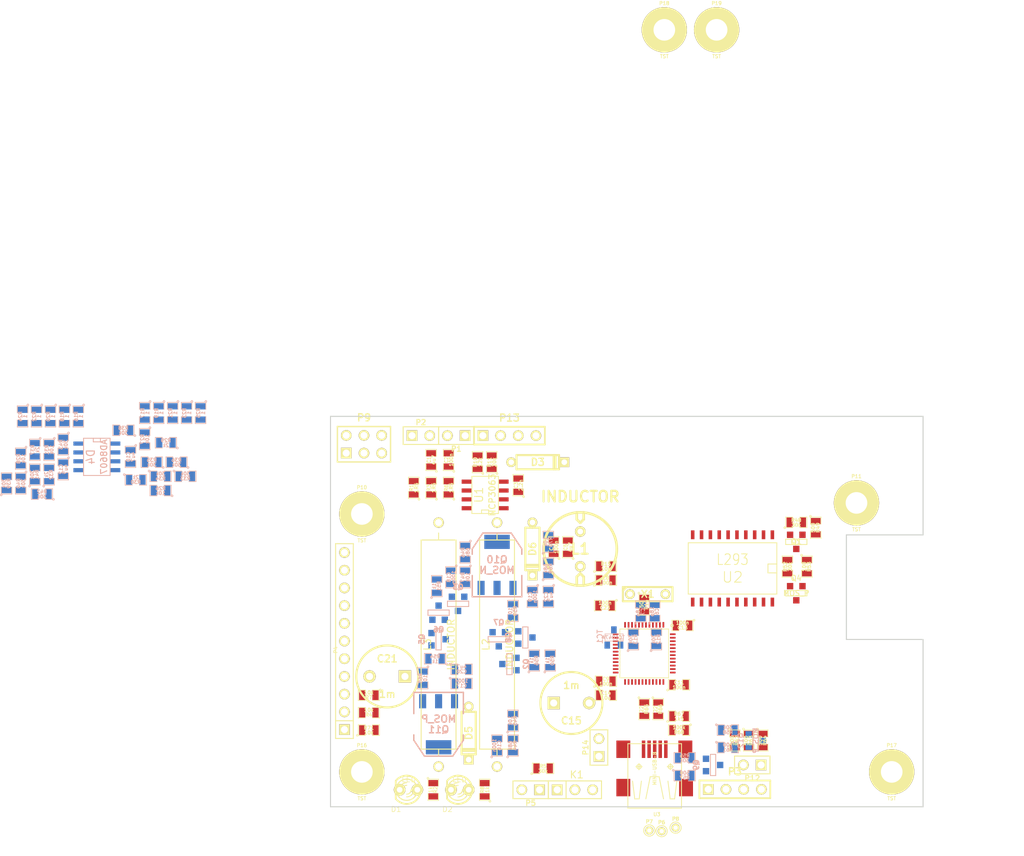
<source format=kicad_pcb>
(kicad_pcb (version 3) (host pcbnew "(2013-05-18 BZR 4017)-stable")
  (layers (15 F.Cu signal) (0 B.Cu signal) (18 B.Paste user) (19 F.Paste user) (20 B.SilkS user) (21 F.SilkS user) (22 B.Mask user) (23 F.Mask user) (28 Edge.Cuts user))
  (net 0 "")
  (net 1 +6V)
  (net 2 /batt-volt)
  (net 3 /boost+)
  (net 4 /boost-current)
  (net 5 /boost-pwm)
  (net 6 /buck+)
  (net 7 /buck-current)
  (net 8 /buck-out-5v)
  (net 9 /buck-pwm)
  (net 10 /buck-volt)
  (net 11 /d+)
  (net 12 /d-)
  (net 13 /in1+)
  (net 14 /in1-)
  (net 15 /in2+)
  (net 16 /in2-)
  (net 17 /just-power-source)
  (net 18 /led1)
  (net 19 /led2)
  (net 20 /light)
  (net 21 /moto-en)
  (net 22 /moto1)
  (net 23 /moto2)
  (net 24 /moto3)
  (net 25 /moto4)
  (net 26 /out1)
  (net 27 /out2)
  (net 28 /out3)
  (net 29 /out4)
  (net 30 /rx)
  (net 31 /scl-int)
  (net 32 /scl-rpi)
  (net 33 /sda-int)
  (net 34 /sda-rpi)
  (net 35 /solar)
  (net 36 /solar+)
  (net 37 /solar-volt)
  (net 38 /swd-clk)
  (net 39 /swd-io)
  (net 40 /temperature)
  (net 41 /tx)
  (net 42 /usb-connected)
  (net 43 /wakeup)
  (net 44 GND)
  (net 45 N-000001)
  (net 46 N-0000010)
  (net 47 N-0000011)
  (net 48 N-0000012)
  (net 49 N-0000013)
  (net 50 N-0000014)
  (net 51 N-0000015)
  (net 52 N-0000016)
  (net 53 N-0000017)
  (net 54 N-0000018)
  (net 55 N-0000019)
  (net 56 N-000002)
  (net 57 N-0000020)
  (net 58 N-0000021)
  (net 59 N-0000022)
  (net 60 N-0000023)
  (net 61 N-0000024)
  (net 62 N-0000025)
  (net 63 N-0000026)
  (net 64 N-0000027)
  (net 65 N-0000028)
  (net 66 N-000003)
  (net 67 N-0000030)
  (net 68 N-0000031)
  (net 69 N-0000032)
  (net 70 N-0000033)
  (net 71 N-000004)
  (net 72 N-0000040)
  (net 73 N-0000044)
  (net 74 N-000005)
  (net 75 N-0000055)
  (net 76 N-0000056)
  (net 77 N-000006)
  (net 78 N-0000061)
  (net 79 N-0000062)
  (net 80 N-0000066)
  (net 81 N-000007)
  (net 82 N-000008)
  (net 83 N-0000086)
  (net 84 N-000009)
  (net 85 VDD)
  (module SOT23EBC (layer B.Cu) (at 167.64 156.972 180)
    (fp_text reference Q7 (at 0 2.413 180) (layer B.SilkS) (effects (font (size 0.762 0.762) (thickness 0.2032)) (justify mirror)))
    (fp_text value BC847 hide)
    (pad 1 smd rect (at -0.889 1.016 180) (size 0.9144 0.9144) (layers B.Cu B.Paste B.Mask) (net 81 N-000007))
    (pad 2 smd rect (at 0.889 1.016 180) (size 0.9144 0.9144) (layers B.Cu B.Paste B.Mask) (net 51 N-0000015))
    (pad 3 smd rect (at 0 -1.016 180) (size 0.9144 0.9144) (layers B.Cu B.Paste B.Mask) (net 85 VDD))
  )
  (module SOT23EBC (layer B.Cu) (at 161.798 151.892 180)
    (fp_text reference Q3 (at 0 2.413 180) (layer B.SilkS) (effects (font (size 0.762 0.762) (thickness 0.2032)) (justify mirror)))
    (fp_text value BC847 hide)
    (pad 1 smd rect (at -0.889 1.016 180) (size 0.9144 0.9144) (layers B.Cu B.Paste B.Mask) (net 44 GND))
    (pad 2 smd rect (at 0.889 1.016 180) (size 0.9144 0.9144) (layers B.Cu B.Paste B.Mask) (net 74 N-000005))
    (pad 3 smd rect (at 0 -1.016 180) (size 0.9144 0.9144) (layers B.Cu B.Paste B.Mask) (net 66 N-000003))
  )
  (module SOT23EBC (layer F.Cu) (at 210.312 143.002)
    (fp_text reference Q1 (at 0 0) (layer F.SilkS) (effects (font (size 0.762 0.762) (thickness 0.2032))))
    (fp_text value BC847 hide)
    (pad 1 smd rect (at -0.889 -1.016) (size 0.9144 0.9144) (layers F.Cu F.Paste F.Mask) (net 44 GND))
    (pad 2 smd rect (at 0.889 -1.016) (size 0.9144 0.9144) (layers F.Cu F.Paste F.Mask) (net 82 N-000008))
    (pad 3 smd rect (at 0 1.016) (size 0.9144 0.9144) (layers F.Cu F.Paste F.Mask) (net 83 N-0000086))
  )
  (module SOT23EBC (layer B.Cu) (at 169.164 160.528 90)
    (fp_text reference Q2 (at 0 2.413 90) (layer B.SilkS) (effects (font (size 0.762 0.762) (thickness 0.2032)) (justify mirror)))
    (fp_text value BC847 hide)
    (pad 1 smd rect (at -0.889 1.016 90) (size 0.9144 0.9144) (layers B.Cu B.Paste B.Mask) (net 51 N-0000015))
    (pad 2 smd rect (at 0.889 1.016 90) (size 0.9144 0.9144) (layers B.Cu B.Paste B.Mask) (net 50 N-0000014))
    (pad 3 smd rect (at 0 -1.016 90) (size 0.9144 0.9144) (layers B.Cu B.Paste B.Mask) (net 85 VDD))
  )
  (module SOT23EBC (layer B.Cu) (at 171.45 156.718 270)
    (fp_text reference Q8 (at 0 2.413 270) (layer B.SilkS) (effects (font (size 0.762 0.762) (thickness 0.2032)) (justify mirror)))
    (fp_text value BC857 hide)
    (pad 1 smd rect (at -0.889 1.016 270) (size 0.9144 0.9144) (layers B.Cu B.Paste B.Mask) (net 81 N-000007))
    (pad 2 smd rect (at 0.889 1.016 270) (size 0.9144 0.9144) (layers B.Cu B.Paste B.Mask) (net 51 N-0000015))
    (pad 3 smd rect (at 0 -1.016 270) (size 0.9144 0.9144) (layers B.Cu B.Paste B.Mask) (net 44 GND))
  )
  (module SOT23EBC (layer B.Cu) (at 198.374 175.006 270)
    (fp_text reference Q9 (at 0 2.413 270) (layer B.SilkS) (effects (font (size 0.762 0.762) (thickness 0.2032)) (justify mirror)))
    (fp_text value BC847 hide)
    (pad 1 smd rect (at -0.889 1.016 270) (size 0.9144 0.9144) (layers B.Cu B.Paste B.Mask) (net 44 GND))
    (pad 2 smd rect (at 0.889 1.016 270) (size 0.9144 0.9144) (layers B.Cu B.Paste B.Mask) (net 80 N-0000066))
    (pad 3 smd rect (at 0 -1.016 270) (size 0.9144 0.9144) (layers B.Cu B.Paste B.Mask) (net 61 N-0000024))
  )
  (module SOT23EBC (layer B.Cu) (at 159.004 156.972 270)
    (fp_text reference Q5 (at 0 2.413 270) (layer B.SilkS) (effects (font (size 0.762 0.762) (thickness 0.2032)) (justify mirror)))
    (fp_text value BC847 hide)
    (pad 1 smd rect (at -0.889 1.016 270) (size 0.9144 0.9144) (layers B.Cu B.Paste B.Mask) (net 71 N-000004))
    (pad 2 smd rect (at 0.889 1.016 270) (size 0.9144 0.9144) (layers B.Cu B.Paste B.Mask) (net 66 N-000003))
    (pad 3 smd rect (at 0 -1.016 270) (size 0.9144 0.9144) (layers B.Cu B.Paste B.Mask) (net 6 /buck+))
  )
  (module SOT23EBC (layer B.Cu) (at 159.004 153.162)
    (fp_text reference Q6 (at 0 2.413) (layer B.SilkS) (effects (font (size 0.762 0.762) (thickness 0.2032)) (justify mirror)))
    (fp_text value BC857 hide)
    (pad 1 smd rect (at -0.889 1.016) (size 0.9144 0.9144) (layers B.Cu B.Paste B.Mask) (net 71 N-000004))
    (pad 2 smd rect (at 0.889 1.016) (size 0.9144 0.9144) (layers B.Cu B.Paste B.Mask) (net 66 N-000003))
    (pad 3 smd rect (at 0 -1.016) (size 0.9144 0.9144) (layers B.Cu B.Paste B.Mask) (net 44 GND))
  )
  (module SOT23 (layer B.Cu) (at 184.15 156.718 180)
    (fp_text reference TC1 (at 1.99898 0.09906 450) (layer B.SilkS) (effects (font (size 0.762 0.762) (thickness 0.11938)) (justify mirror)))
    (fp_text value TC1047A (at 0.0635 0 180) (layer B.SilkS) (effects (font (size 0.50038 0.50038) (thickness 0.09906)) (justify mirror)))
    (pad 3 smd rect (at 0 1.09982 180) (size 0.8001 1.00076) (layers B.Cu B.Paste B.Mask) (net 44 GND))
    (pad 2 smd rect (at 0.9525 -1.09982 180) (size 0.8001 1.00076) (layers B.Cu B.Paste B.Mask) (net 40 /temperature))
    (pad 1 smd rect (at -0.9525 -1.09982 180) (size 0.8001 1.00076) (layers B.Cu B.Paste B.Mask) (net 85 VDD))
  )
  (module SO8E (layer F.Cu) (at 165.68 136.272 90)
    (fp_text reference U1 (at 0 -0.889 90) (layer F.SilkS) (effects (font (size 1.143 1.143) (thickness 0.1524))))
    (fp_text value NCP3063 (at 0 1.016 90) (layer F.SilkS) (effects (font (size 0.889 0.889) (thickness 0.1524))))
    (pad 8 smd rect (at -1.905 -2.667 90) (size 0.59944 1.39954) (layers F.Cu F.Paste F.Mask))
    (pad 1 smd rect (at -1.905 2.667 90) (size 0.59944 1.39954) (layers F.Cu F.Paste F.Mask) (net 70 N-0000033))
    (pad 7 smd rect (at -0.635 -2.667 90) (size 0.59944 1.39954) (layers F.Cu F.Paste F.Mask) (net 70 N-0000033))
    (pad 6 smd rect (at 0.635 -2.667 90) (size 0.59944 1.39954) (layers F.Cu F.Paste F.Mask) (net 1 +6V))
    (pad 5 smd rect (at 1.905 -2.667 90) (size 0.59944 1.39954) (layers F.Cu F.Paste F.Mask) (net 67 N-0000030))
    (pad 2 smd rect (at -0.635 2.667 90) (size 0.59944 1.39954) (layers F.Cu F.Paste F.Mask) (net 63 N-0000026))
    (pad 3 smd rect (at 0.635 2.667 90) (size 0.59944 1.39954) (layers F.Cu F.Paste F.Mask) (net 69 N-0000032))
    (pad 4 smd rect (at 1.905 2.667 90) (size 0.59944 1.39954) (layers F.Cu F.Paste F.Mask) (net 44 GND))
  )
  (module SO20L (layer F.Cu) (at 201.168 146.812 180)
    (fp_text reference U2 (at 0 -1.27 180) (layer F.SilkS) (effects (font (size 1.524 1.524) (thickness 0.127))))
    (fp_text value L293 (at 0 1.27 180) (layer F.SilkS) (effects (font (size 1.524 1.27) (thickness 0.127))))
    (pad 11 smd rect (at 5.715 -4.826 180) (size 0.508 1.27) (layers F.Cu F.Paste F.Mask) (net 21 /moto-en))
    (pad 12 smd rect (at 4.445 -4.826 180) (size 0.508 1.27) (layers F.Cu F.Paste F.Mask) (net 24 /moto3))
    (pad 13 smd rect (at 3.175 -4.826 180) (size 0.508 1.27) (layers F.Cu F.Paste F.Mask) (net 29 /out4))
    (pad 14 smd rect (at 1.905 -4.826 180) (size 0.508 1.27) (layers F.Cu F.Paste F.Mask) (net 44 GND))
    (pad 15 smd rect (at 0.635 -4.826 180) (size 0.508 1.27) (layers F.Cu F.Paste F.Mask) (net 44 GND))
    (pad 16 smd rect (at -0.635 -4.826 180) (size 0.508 1.27) (layers F.Cu F.Paste F.Mask) (net 44 GND))
    (pad 17 smd rect (at -1.905 -4.826 180) (size 0.508 1.27) (layers F.Cu F.Paste F.Mask) (net 44 GND))
    (pad 18 smd rect (at -3.175 -4.826 180) (size 0.508 1.27) (layers F.Cu F.Paste F.Mask) (net 28 /out3))
    (pad 19 smd rect (at -4.445 -4.826 180) (size 0.508 1.27) (layers F.Cu F.Paste F.Mask) (net 25 /moto4))
    (pad 20 smd rect (at -5.715 -4.826 180) (size 0.508 1.27) (layers F.Cu F.Paste F.Mask) (net 49 N-0000013))
    (pad 1 smd rect (at -5.715 4.826 180) (size 0.508 1.27) (layers F.Cu F.Paste F.Mask) (net 21 /moto-en))
    (pad 2 smd rect (at -4.445 4.826 180) (size 0.508 1.27) (layers F.Cu F.Paste F.Mask) (net 22 /moto1))
    (pad 3 smd rect (at -3.175 4.826 180) (size 0.508 1.27) (layers F.Cu F.Paste F.Mask) (net 26 /out1))
    (pad 4 smd rect (at -1.905 4.826 180) (size 0.508 1.27) (layers F.Cu F.Paste F.Mask) (net 44 GND))
    (pad 5 smd rect (at -0.635 4.826 180) (size 0.508 1.27) (layers F.Cu F.Paste F.Mask) (net 44 GND))
    (pad 6 smd rect (at 0.635 4.826 180) (size 0.508 1.27) (layers F.Cu F.Paste F.Mask) (net 44 GND))
    (pad 7 smd rect (at 1.905 4.826 180) (size 0.508 1.27) (layers F.Cu F.Paste F.Mask) (net 44 GND))
    (pad 8 smd rect (at 3.175 4.826 180) (size 0.508 1.27) (layers F.Cu F.Paste F.Mask) (net 27 /out2))
    (pad 9 smd rect (at 4.445 4.826 180) (size 0.508 1.27) (layers F.Cu F.Paste F.Mask) (net 23 /moto2))
    (pad 10 smd rect (at 5.715 4.826 180) (size 0.508 1.27) (layers F.Cu F.Paste F.Mask) (net 49 N-0000013))
  )
  (module SM0805 (layer F.Cu) (at 193.5 168)
    (fp_text reference R67 (at 0 -0.3175) (layer F.SilkS) (effects (font (size 0.50038 0.50038) (thickness 0.10922))))
    (fp_text value 1k5 (at 0 0.381) (layer F.SilkS) (effects (font (size 0.50038 0.50038) (thickness 0.10922))))
    (pad 1 smd rect (at -0.9525 0) (size 0.889 1.397) (layers F.Cu F.Paste F.Mask) (net 47 N-0000011))
    (pad 2 smd rect (at 0.9525 0) (size 0.889 1.397) (layers F.Cu F.Paste F.Mask) (net 42 /usb-connected))
  )
  (module SM0805 (layer B.Cu) (at 188 153 90)
    (fp_text reference C7 (at 0 0.3175 90) (layer B.SilkS) (effects (font (size 0.50038 0.50038) (thickness 0.10922)) (justify mirror)))
    (fp_text value 18p (at 0 -0.381 90) (layer B.SilkS) (effects (font (size 0.50038 0.50038) (thickness 0.10922)) (justify mirror)))
    (pad 1 smd rect (at -0.9525 0 90) (size 0.889 1.397) (layers B.Cu B.Paste B.Mask) (net 44 GND))
    (pad 2 smd rect (at 0.9525 0 90) (size 0.889 1.397) (layers B.Cu B.Paste B.Mask) (net 58 N-0000021))
  )
  (module SM0805 (layer F.Cu) (at 193.5 170 180)
    (fp_text reference R68 (at 0 -0.3175 180) (layer F.SilkS) (effects (font (size 0.50038 0.50038) (thickness 0.10922))))
    (fp_text value 100k (at 0 0.381 180) (layer F.SilkS) (effects (font (size 0.50038 0.50038) (thickness 0.10922))))
    (pad 1 smd rect (at -0.9525 0 180) (size 0.889 1.397) (layers F.Cu F.Paste F.Mask) (net 44 GND))
    (pad 2 smd rect (at 0.9525 0 180) (size 0.889 1.397) (layers F.Cu F.Paste F.Mask) (net 46 N-0000010))
  )
  (module SM0805 (layer F.Cu) (at 190.5 167 270)
    (fp_text reference R66 (at 0 -0.3175 270) (layer F.SilkS) (effects (font (size 0.50038 0.50038) (thickness 0.10922))))
    (fp_text value 22 (at 0 0.381 270) (layer F.SilkS) (effects (font (size 0.50038 0.50038) (thickness 0.10922))))
    (pad 1 smd rect (at -0.9525 0 270) (size 0.889 1.397) (layers F.Cu F.Paste F.Mask) (net 11 /d+))
    (pad 2 smd rect (at 0.9525 0 270) (size 0.889 1.397) (layers F.Cu F.Paste F.Mask) (net 47 N-0000011))
  )
  (module SM0805 (layer F.Cu) (at 183 165)
    (fp_text reference C14 (at 0 -0.3175) (layer F.SilkS) (effects (font (size 0.50038 0.50038) (thickness 0.10922))))
    (fp_text value 10u (at 0 0.381) (layer F.SilkS) (effects (font (size 0.50038 0.50038) (thickness 0.10922))))
    (pad 1 smd rect (at -0.9525 0) (size 0.889 1.397) (layers F.Cu F.Paste F.Mask) (net 85 VDD))
    (pad 2 smd rect (at 0.9525 0) (size 0.889 1.397) (layers F.Cu F.Paste F.Mask) (net 44 GND))
  )
  (module SM0805 (layer F.Cu) (at 188.5 167 270)
    (fp_text reference R65 (at 0 -0.3175 270) (layer F.SilkS) (effects (font (size 0.50038 0.50038) (thickness 0.10922))))
    (fp_text value 22 (at 0 0.381 270) (layer F.SilkS) (effects (font (size 0.50038 0.50038) (thickness 0.10922))))
    (pad 1 smd rect (at -0.9525 0 270) (size 0.889 1.397) (layers F.Cu F.Paste F.Mask) (net 12 /d-))
    (pad 2 smd rect (at 0.9525 0 270) (size 0.889 1.397) (layers F.Cu F.Paste F.Mask) (net 48 N-0000012))
  )
  (module SM0805 (layer F.Cu) (at 183 146.5)
    (fp_text reference R15 (at 0 -0.3175) (layer F.SilkS) (effects (font (size 0.50038 0.50038) (thickness 0.10922))))
    (fp_text value 10k (at 0 0.381) (layer F.SilkS) (effects (font (size 0.50038 0.50038) (thickness 0.10922))))
    (pad 1 smd rect (at -0.9525 0) (size 0.889 1.397) (layers F.Cu F.Paste F.Mask) (net 85 VDD))
    (pad 2 smd rect (at 0.9525 0) (size 0.889 1.397) (layers F.Cu F.Paste F.Mask) (net 55 N-0000019))
  )
  (module SM0805 (layer B.Cu) (at 124.855 124.511 270)
    (fp_text reference R25 (at 0 0.3175 270) (layer B.SilkS) (effects (font (size 0.50038 0.50038) (thickness 0.10922)) (justify mirror)))
    (fp_text value 1 (at 0 -0.381 270) (layer B.SilkS) (effects (font (size 0.50038 0.50038) (thickness 0.10922)) (justify mirror)))
    (pad 1 smd rect (at -0.9525 0 270) (size 0.889 1.397) (layers B.Cu B.Paste B.Mask) (net 1 +6V))
    (pad 2 smd rect (at 0.9525 0 270) (size 0.889 1.397) (layers B.Cu B.Paste B.Mask) (net 6 /buck+))
  )
  (module SM0805 (layer B.Cu) (at 116.855 124.511 270)
    (fp_text reference R17 (at 0 0.3175 270) (layer B.SilkS) (effects (font (size 0.50038 0.50038) (thickness 0.10922)) (justify mirror)))
    (fp_text value 1 (at 0 -0.381 270) (layer B.SilkS) (effects (font (size 0.50038 0.50038) (thickness 0.10922)) (justify mirror)))
    (pad 1 smd rect (at -0.9525 0 270) (size 0.889 1.397) (layers B.Cu B.Paste B.Mask) (net 1 +6V))
    (pad 2 smd rect (at 0.9525 0 270) (size 0.889 1.397) (layers B.Cu B.Paste B.Mask) (net 6 /buck+))
  )
  (module SM0805 (layer F.Cu) (at 183 148.5)
    (fp_text reference C8 (at 0 -0.3175) (layer F.SilkS) (effects (font (size 0.50038 0.50038) (thickness 0.10922))))
    (fp_text value 100n (at 0 0.381) (layer F.SilkS) (effects (font (size 0.50038 0.50038) (thickness 0.10922))))
    (pad 1 smd rect (at -0.9525 0) (size 0.889 1.397) (layers F.Cu F.Paste F.Mask) (net 44 GND))
    (pad 2 smd rect (at 0.9525 0) (size 0.889 1.397) (layers F.Cu F.Paste F.Mask) (net 55 N-0000019))
  )
  (module SM0805 (layer B.Cu) (at 190 153 90)
    (fp_text reference C6 (at 0 0.3175 90) (layer B.SilkS) (effects (font (size 0.50038 0.50038) (thickness 0.10922)) (justify mirror)))
    (fp_text value 18p (at 0 -0.381 90) (layer B.SilkS) (effects (font (size 0.50038 0.50038) (thickness 0.10922)) (justify mirror)))
    (pad 1 smd rect (at -0.9525 0 90) (size 0.889 1.397) (layers B.Cu B.Paste B.Mask) (net 44 GND))
    (pad 2 smd rect (at 0.9525 0 90) (size 0.889 1.397) (layers B.Cu B.Paste B.Mask) (net 57 N-0000020))
  )
  (module SM0805 (layer B.Cu) (at 113.792 127 180)
    (fp_text reference R38 (at 0 0.3175 180) (layer B.SilkS) (effects (font (size 0.50038 0.50038) (thickness 0.10922)) (justify mirror)))
    (fp_text value 30k (at 0 -0.381 180) (layer B.SilkS) (effects (font (size 0.50038 0.50038) (thickness 0.10922)) (justify mirror)))
    (pad 1 smd rect (at -0.9525 0 180) (size 0.889 1.397) (layers B.Cu B.Paste B.Mask) (net 14 /in1-))
    (pad 2 smd rect (at 0.9525 0 180) (size 0.889 1.397) (layers B.Cu B.Paste B.Mask) (net 7 /buck-current))
  )
  (module SM0805 (layer F.Cu) (at 188.5 152 270)
    (fp_text reference R14 (at 0 -0.3175 270) (layer F.SilkS) (effects (font (size 0.50038 0.50038) (thickness 0.10922))))
    (fp_text value 50 (at 0 0.381 270) (layer F.SilkS) (effects (font (size 0.50038 0.50038) (thickness 0.10922))))
    (pad 1 smd rect (at -0.9525 0 270) (size 0.889 1.397) (layers F.Cu F.Paste F.Mask) (net 58 N-0000021))
    (pad 2 smd rect (at 0.9525 0 270) (size 0.889 1.397) (layers F.Cu F.Paste F.Mask) (net 68 N-0000031))
  )
  (module SM0805 (layer F.Cu) (at 183 163)
    (fp_text reference C9 (at 0 -0.3175) (layer F.SilkS) (effects (font (size 0.50038 0.50038) (thickness 0.10922))))
    (fp_text value 100n (at 0 0.381) (layer F.SilkS) (effects (font (size 0.50038 0.50038) (thickness 0.10922))))
    (pad 1 smd rect (at -0.9525 0) (size 0.889 1.397) (layers F.Cu F.Paste F.Mask) (net 85 VDD))
    (pad 2 smd rect (at 0.9525 0) (size 0.889 1.397) (layers F.Cu F.Paste F.Mask) (net 44 GND))
  )
  (module SM0805 (layer F.Cu) (at 193.5 163.5)
    (fp_text reference C11 (at 0 -0.3175) (layer F.SilkS) (effects (font (size 0.50038 0.50038) (thickness 0.10922))))
    (fp_text value 100n (at 0 0.381) (layer F.SilkS) (effects (font (size 0.50038 0.50038) (thickness 0.10922))))
    (pad 1 smd rect (at -0.9525 0) (size 0.889 1.397) (layers F.Cu F.Paste F.Mask) (net 85 VDD))
    (pad 2 smd rect (at 0.9525 0) (size 0.889 1.397) (layers F.Cu F.Paste F.Mask) (net 44 GND))
  )
  (module SM0805 (layer F.Cu) (at 194 155 180)
    (fp_text reference C13 (at 0 -0.3175 180) (layer F.SilkS) (effects (font (size 0.50038 0.50038) (thickness 0.10922))))
    (fp_text value 100n (at 0 0.381 180) (layer F.SilkS) (effects (font (size 0.50038 0.50038) (thickness 0.10922))))
    (pad 1 smd rect (at -0.9525 0 180) (size 0.889 1.397) (layers F.Cu F.Paste F.Mask) (net 85 VDD))
    (pad 2 smd rect (at 0.9525 0 180) (size 0.889 1.397) (layers F.Cu F.Paste F.Mask) (net 44 GND))
  )
  (module SM0805 (layer B.Cu) (at 186.944 156.972 90)
    (fp_text reference R13 (at 0 0.3175 90) (layer B.SilkS) (effects (font (size 0.50038 0.50038) (thickness 0.10922)) (justify mirror)))
    (fp_text value 30k (at 0 -0.381 90) (layer B.SilkS) (effects (font (size 0.50038 0.50038) (thickness 0.10922)) (justify mirror)))
    (pad 1 smd rect (at -0.9525 0 90) (size 0.889 1.397) (layers B.Cu B.Paste B.Mask) (net 62 N-0000025))
    (pad 2 smd rect (at 0.9525 0 90) (size 0.889 1.397) (layers B.Cu B.Paste B.Mask) (net 44 GND))
  )
  (module SM0805 (layer B.Cu) (at 190.246 156.972 90)
    (fp_text reference R12 (at 0 0.3175 90) (layer B.SilkS) (effects (font (size 0.50038 0.50038) (thickness 0.10922)) (justify mirror)))
    (fp_text value 30k (at 0 -0.381 90) (layer B.SilkS) (effects (font (size 0.50038 0.50038) (thickness 0.10922)) (justify mirror)))
    (pad 1 smd rect (at -0.9525 0 90) (size 0.889 1.397) (layers B.Cu B.Paste B.Mask) (net 54 N-0000018))
    (pad 2 smd rect (at 0.9525 0 90) (size 0.889 1.397) (layers B.Cu B.Paste B.Mask) (net 44 GND))
  )
  (module SM0805 (layer F.Cu) (at 165.608 178.562 90)
    (fp_text reference R8 (at 0 -0.3175 90) (layer F.SilkS) (effects (font (size 0.50038 0.50038) (thickness 0.10922))))
    (fp_text value 1k (at 0 0.381 90) (layer F.SilkS) (effects (font (size 0.50038 0.50038) (thickness 0.10922))))
    (pad 1 smd rect (at -0.9525 0 90) (size 0.889 1.397) (layers F.Cu F.Paste F.Mask) (net 19 /led2))
    (pad 2 smd rect (at 0.9525 0 90) (size 0.889 1.397) (layers F.Cu F.Paste F.Mask) (net 64 N-0000027))
  )
  (module SM0805 (layer F.Cu) (at 158.242 178.562 270)
    (fp_text reference R2 (at 0 -0.3175 270) (layer F.SilkS) (effects (font (size 0.50038 0.50038) (thickness 0.10922))))
    (fp_text value 1k (at 0 0.381 270) (layer F.SilkS) (effects (font (size 0.50038 0.50038) (thickness 0.10922))))
    (pad 1 smd rect (at -0.9525 0 270) (size 0.889 1.397) (layers F.Cu F.Paste F.Mask) (net 18 /led1))
    (pad 2 smd rect (at 0.9525 0 270) (size 0.889 1.397) (layers F.Cu F.Paste F.Mask) (net 65 N-0000028))
  )
  (module SM0805 (layer F.Cu) (at 160.434 135.248 90)
    (fp_text reference R6 (at 0 -0.3175 90) (layer F.SilkS) (effects (font (size 0.50038 0.50038) (thickness 0.10922))))
    (fp_text value 1R5 (at 0 0.381 90) (layer F.SilkS) (effects (font (size 0.50038 0.50038) (thickness 0.10922))))
    (pad 1 smd rect (at -0.9525 0 90) (size 0.889 1.397) (layers F.Cu F.Paste F.Mask) (net 70 N-0000033))
    (pad 2 smd rect (at 0.9525 0 90) (size 0.889 1.397) (layers F.Cu F.Paste F.Mask) (net 1 +6V))
  )
  (module SM0805 (layer F.Cu) (at 157.934 131.248 90)
    (fp_text reference C1 (at 0 -0.3175 90) (layer F.SilkS) (effects (font (size 0.50038 0.50038) (thickness 0.10922))))
    (fp_text value 4u7 (at 0 0.381 90) (layer F.SilkS) (effects (font (size 0.50038 0.50038) (thickness 0.10922))))
    (pad 1 smd rect (at -0.9525 0 90) (size 0.889 1.397) (layers F.Cu F.Paste F.Mask) (net 1 +6V))
    (pad 2 smd rect (at 0.9525 0 90) (size 0.889 1.397) (layers F.Cu F.Paste F.Mask) (net 44 GND))
  )
  (module SM0805 (layer F.Cu) (at 157.934 135.248 90)
    (fp_text reference R3 (at 0 -0.3175 90) (layer F.SilkS) (effects (font (size 0.50038 0.50038) (thickness 0.10922))))
    (fp_text value 1R5 (at 0 0.381 90) (layer F.SilkS) (effects (font (size 0.50038 0.50038) (thickness 0.10922))))
    (pad 1 smd rect (at -0.9525 0 90) (size 0.889 1.397) (layers F.Cu F.Paste F.Mask) (net 70 N-0000033))
    (pad 2 smd rect (at 0.9525 0 90) (size 0.889 1.397) (layers F.Cu F.Paste F.Mask) (net 1 +6V))
  )
  (module SM0805 (layer B.Cu) (at 107.326 125.012 270)
    (fp_text reference R16 (at 0 0.3175 270) (layer B.SilkS) (effects (font (size 0.50038 0.50038) (thickness 0.10922)) (justify mirror)))
    (fp_text value 1 (at 0 -0.381 270) (layer B.SilkS) (effects (font (size 0.50038 0.50038) (thickness 0.10922)) (justify mirror)))
    (pad 1 smd rect (at -0.9525 0 270) (size 0.889 1.397) (layers B.Cu B.Paste B.Mask) (net 36 /solar+))
    (pad 2 smd rect (at 0.9525 0 270) (size 0.889 1.397) (layers B.Cu B.Paste B.Mask) (net 3 /boost+))
  )
  (module SM0805 (layer B.Cu) (at 102.108 136.144 180)
    (fp_text reference R42 (at 0 0.3175 180) (layer B.SilkS) (effects (font (size 0.50038 0.50038) (thickness 0.10922)) (justify mirror)))
    (fp_text value 30k (at 0 -0.381 180) (layer B.SilkS) (effects (font (size 0.50038 0.50038) (thickness 0.10922)) (justify mirror)))
    (pad 1 smd rect (at -0.9525 0 180) (size 0.889 1.397) (layers B.Cu B.Paste B.Mask) (net 44 GND))
    (pad 2 smd rect (at 0.9525 0 180) (size 0.889 1.397) (layers B.Cu B.Paste B.Mask) (net 75 N-0000055))
  )
  (module SM0805 (layer B.Cu) (at 97.028 134.62 90)
    (fp_text reference R39 (at 0 0.3175 90) (layer B.SilkS) (effects (font (size 0.50038 0.50038) (thickness 0.10922)) (justify mirror)))
    (fp_text value 30k (at 0 -0.381 90) (layer B.SilkS) (effects (font (size 0.50038 0.50038) (thickness 0.10922)) (justify mirror)))
    (pad 1 smd rect (at -0.9525 0 90) (size 0.889 1.397) (layers B.Cu B.Paste B.Mask) (net 79 N-0000062))
    (pad 2 smd rect (at 0.9525 0 90) (size 0.889 1.397) (layers B.Cu B.Paste B.Mask) (net 85 VDD))
  )
  (module SM0805 (layer B.Cu) (at 101.092 133.35 90)
    (fp_text reference R41 (at 0 0.3175 90) (layer B.SilkS) (effects (font (size 0.50038 0.50038) (thickness 0.10922)) (justify mirror)))
    (fp_text value 30k (at 0 -0.381 90) (layer B.SilkS) (effects (font (size 0.50038 0.50038) (thickness 0.10922)) (justify mirror)))
    (pad 1 smd rect (at -0.9525 0 90) (size 0.889 1.397) (layers B.Cu B.Paste B.Mask) (net 75 N-0000055))
    (pad 2 smd rect (at 0.9525 0 90) (size 0.889 1.397) (layers B.Cu B.Paste B.Mask) (net 15 /in2+))
  )
  (module SM0805 (layer B.Cu) (at 99.06 134.62 270)
    (fp_text reference R40 (at 0 0.3175 270) (layer B.SilkS) (effects (font (size 0.50038 0.50038) (thickness 0.10922)) (justify mirror)))
    (fp_text value 30k (at 0 -0.381 270) (layer B.SilkS) (effects (font (size 0.50038 0.50038) (thickness 0.10922)) (justify mirror)))
    (pad 1 smd rect (at -0.9525 0 270) (size 0.889 1.397) (layers B.Cu B.Paste B.Mask) (net 15 /in2+))
    (pad 2 smd rect (at 0.9525 0 270) (size 0.889 1.397) (layers B.Cu B.Paste B.Mask) (net 79 N-0000062))
  )
  (module SM0805 (layer B.Cu) (at 103.124 133.35 90)
    (fp_text reference R32 (at 0 0.3175 90) (layer B.SilkS) (effects (font (size 0.50038 0.50038) (thickness 0.10922)) (justify mirror)))
    (fp_text value 2k (at 0 -0.381 90) (layer B.SilkS) (effects (font (size 0.50038 0.50038) (thickness 0.10922)) (justify mirror)))
    (pad 1 smd rect (at -0.9525 0 90) (size 0.889 1.397) (layers B.Cu B.Paste B.Mask) (net 44 GND))
    (pad 2 smd rect (at 0.9525 0 90) (size 0.889 1.397) (layers B.Cu B.Paste B.Mask) (net 15 /in2+))
  )
  (module SM0805 (layer B.Cu) (at 99.06 131.064 270)
    (fp_text reference R28 (at 0 0.3175 270) (layer B.SilkS) (effects (font (size 0.50038 0.50038) (thickness 0.10922)) (justify mirror)))
    (fp_text value 10k (at 0 -0.381 270) (layer B.SilkS) (effects (font (size 0.50038 0.50038) (thickness 0.10922)) (justify mirror)))
    (pad 1 smd rect (at -0.9525 0 270) (size 0.889 1.397) (layers B.Cu B.Paste B.Mask) (net 36 /solar+))
    (pad 2 smd rect (at 0.9525 0 270) (size 0.889 1.397) (layers B.Cu B.Paste B.Mask) (net 15 /in2+))
  )
  (module SM0805 (layer B.Cu) (at 105.156 132.588 270)
    (fp_text reference C12 (at 0 0.3175 270) (layer B.SilkS) (effects (font (size 0.50038 0.50038) (thickness 0.10922)) (justify mirror)))
    (fp_text value 4u7 (at 0 -0.381 270) (layer B.SilkS) (effects (font (size 0.50038 0.50038) (thickness 0.10922)) (justify mirror)))
    (pad 1 smd rect (at -0.9525 0 270) (size 0.889 1.397) (layers B.Cu B.Paste B.Mask) (net 16 /in2-))
    (pad 2 smd rect (at 0.9525 0 270) (size 0.889 1.397) (layers B.Cu B.Paste B.Mask) (net 15 /in2+))
  )
  (module SM0805 (layer B.Cu) (at 101.092 129.794 270)
    (fp_text reference R37 (at 0 0.3175 270) (layer B.SilkS) (effects (font (size 0.50038 0.50038) (thickness 0.10922)) (justify mirror)))
    (fp_text value 2k (at 0 -0.381 270) (layer B.SilkS) (effects (font (size 0.50038 0.50038) (thickness 0.10922)) (justify mirror)))
    (pad 1 smd rect (at -0.9525 0 270) (size 0.889 1.397) (layers B.Cu B.Paste B.Mask) (net 44 GND))
    (pad 2 smd rect (at 0.9525 0 270) (size 0.889 1.397) (layers B.Cu B.Paste B.Mask) (net 16 /in2-))
  )
  (module SM0805 (layer B.Cu) (at 105.156 129.032 270)
    (fp_text reference R43 (at 0 0.3175 270) (layer B.SilkS) (effects (font (size 0.50038 0.50038) (thickness 0.10922)) (justify mirror)))
    (fp_text value 30k (at 0 -0.381 270) (layer B.SilkS) (effects (font (size 0.50038 0.50038) (thickness 0.10922)) (justify mirror)))
    (pad 1 smd rect (at -0.9525 0 270) (size 0.889 1.397) (layers B.Cu B.Paste B.Mask) (net 16 /in2-))
    (pad 2 smd rect (at 0.9525 0 270) (size 0.889 1.397) (layers B.Cu B.Paste B.Mask) (net 4 /boost-current))
  )
  (module SM0805 (layer B.Cu) (at 103.124 129.794 270)
    (fp_text reference R31 (at 0 0.3175 270) (layer B.SilkS) (effects (font (size 0.50038 0.50038) (thickness 0.10922)) (justify mirror)))
    (fp_text value 10k (at 0 -0.381 270) (layer B.SilkS) (effects (font (size 0.50038 0.50038) (thickness 0.10922)) (justify mirror)))
    (pad 1 smd rect (at -0.9525 0 270) (size 0.889 1.397) (layers B.Cu B.Paste B.Mask) (net 3 /boost+))
    (pad 2 smd rect (at 0.9525 0 270) (size 0.889 1.397) (layers B.Cu B.Paste B.Mask) (net 16 /in2-))
  )
  (module SM0805 (layer B.Cu) (at 105.326 125.012 270)
    (fp_text reference R18 (at 0 0.3175 270) (layer B.SilkS) (effects (font (size 0.50038 0.50038) (thickness 0.10922)) (justify mirror)))
    (fp_text value 1 (at 0 -0.381 270) (layer B.SilkS) (effects (font (size 0.50038 0.50038) (thickness 0.10922)) (justify mirror)))
    (pad 1 smd rect (at -0.9525 0 270) (size 0.889 1.397) (layers B.Cu B.Paste B.Mask) (net 36 /solar+))
    (pad 2 smd rect (at 0.9525 0 270) (size 0.889 1.397) (layers B.Cu B.Paste B.Mask) (net 3 /boost+))
  )
  (module SM0805 (layer B.Cu) (at 101.326 125.012 270)
    (fp_text reference R22 (at 0 0.3175 270) (layer B.SilkS) (effects (font (size 0.50038 0.50038) (thickness 0.10922)) (justify mirror)))
    (fp_text value 1 (at 0 -0.381 270) (layer B.SilkS) (effects (font (size 0.50038 0.50038) (thickness 0.10922)) (justify mirror)))
    (pad 1 smd rect (at -0.9525 0 270) (size 0.889 1.397) (layers B.Cu B.Paste B.Mask) (net 36 /solar+))
    (pad 2 smd rect (at 0.9525 0 270) (size 0.889 1.397) (layers B.Cu B.Paste B.Mask) (net 3 /boost+))
  )
  (module SM0805 (layer B.Cu) (at 103.326 125.012 270)
    (fp_text reference R20 (at 0 0.3175 270) (layer B.SilkS) (effects (font (size 0.50038 0.50038) (thickness 0.10922)) (justify mirror)))
    (fp_text value 1 (at 0 -0.381 270) (layer B.SilkS) (effects (font (size 0.50038 0.50038) (thickness 0.10922)) (justify mirror)))
    (pad 1 smd rect (at -0.9525 0 270) (size 0.889 1.397) (layers B.Cu B.Paste B.Mask) (net 36 /solar+))
    (pad 2 smd rect (at 0.9525 0 270) (size 0.889 1.397) (layers B.Cu B.Paste B.Mask) (net 3 /boost+))
  )
  (module SM0805 (layer B.Cu) (at 120.855 124.511 270)
    (fp_text reference R21 (at 0 0.3175 270) (layer B.SilkS) (effects (font (size 0.50038 0.50038) (thickness 0.10922)) (justify mirror)))
    (fp_text value 1 (at 0 -0.381 270) (layer B.SilkS) (effects (font (size 0.50038 0.50038) (thickness 0.10922)) (justify mirror)))
    (pad 1 smd rect (at -0.9525 0 270) (size 0.889 1.397) (layers B.Cu B.Paste B.Mask) (net 1 +6V))
    (pad 2 smd rect (at 0.9525 0 270) (size 0.889 1.397) (layers B.Cu B.Paste B.Mask) (net 6 /buck+))
  )
  (module SM0805 (layer B.Cu) (at 99.326 125.012 270)
    (fp_text reference R24 (at 0 0.3175 270) (layer B.SilkS) (effects (font (size 0.50038 0.50038) (thickness 0.10922)) (justify mirror)))
    (fp_text value 1 (at 0 -0.381 270) (layer B.SilkS) (effects (font (size 0.50038 0.50038) (thickness 0.10922)) (justify mirror)))
    (pad 1 smd rect (at -0.9525 0 270) (size 0.889 1.397) (layers B.Cu B.Paste B.Mask) (net 36 /solar+))
    (pad 2 smd rect (at 0.9525 0 270) (size 0.889 1.397) (layers B.Cu B.Paste B.Mask) (net 3 /boost+))
  )
  (module SM0805 (layer B.Cu) (at 121.412 131.572 180)
    (fp_text reference R36 (at 0 0.3175 180) (layer B.SilkS) (effects (font (size 0.50038 0.50038) (thickness 0.10922)) (justify mirror)))
    (fp_text value 30k (at 0 -0.381 180) (layer B.SilkS) (effects (font (size 0.50038 0.50038) (thickness 0.10922)) (justify mirror)))
    (pad 1 smd rect (at -0.9525 0 180) (size 0.889 1.397) (layers B.Cu B.Paste B.Mask) (net 44 GND))
    (pad 2 smd rect (at 0.9525 0 180) (size 0.889 1.397) (layers B.Cu B.Paste B.Mask) (net 78 N-0000061))
  )
  (module SM0805 (layer B.Cu) (at 122.682 133.604)
    (fp_text reference R33 (at 0 0.3175) (layer B.SilkS) (effects (font (size 0.50038 0.50038) (thickness 0.10922)) (justify mirror)))
    (fp_text value 30k (at 0 -0.381) (layer B.SilkS) (effects (font (size 0.50038 0.50038) (thickness 0.10922)) (justify mirror)))
    (pad 1 smd rect (at -0.9525 0) (size 0.889 1.397) (layers B.Cu B.Paste B.Mask) (net 76 N-0000056))
    (pad 2 smd rect (at 0.9525 0) (size 0.889 1.397) (layers B.Cu B.Paste B.Mask) (net 85 VDD))
  )
  (module SM0805 (layer B.Cu) (at 114.808 130.81 270)
    (fp_text reference C10 (at 0 0.3175 270) (layer B.SilkS) (effects (font (size 0.50038 0.50038) (thickness 0.10922)) (justify mirror)))
    (fp_text value 4u7 (at 0 -0.381 270) (layer B.SilkS) (effects (font (size 0.50038 0.50038) (thickness 0.10922)) (justify mirror)))
    (pad 1 smd rect (at -0.9525 0 270) (size 0.889 1.397) (layers B.Cu B.Paste B.Mask) (net 14 /in1-))
    (pad 2 smd rect (at 0.9525 0 270) (size 0.889 1.397) (layers B.Cu B.Paste B.Mask) (net 13 /in1+))
  )
  (module SM0805 (layer B.Cu) (at 117.856 131.572 180)
    (fp_text reference R35 (at 0 0.3175 180) (layer B.SilkS) (effects (font (size 0.50038 0.50038) (thickness 0.10922)) (justify mirror)))
    (fp_text value 30k (at 0 -0.381 180) (layer B.SilkS) (effects (font (size 0.50038 0.50038) (thickness 0.10922)) (justify mirror)))
    (pad 1 smd rect (at -0.9525 0 180) (size 0.889 1.397) (layers B.Cu B.Paste B.Mask) (net 78 N-0000061))
    (pad 2 smd rect (at 0.9525 0 180) (size 0.889 1.397) (layers B.Cu B.Paste B.Mask) (net 13 /in1+))
  )
  (module SM0805 (layer B.Cu) (at 119.126 133.604)
    (fp_text reference R34 (at 0 0.3175) (layer B.SilkS) (effects (font (size 0.50038 0.50038) (thickness 0.10922)) (justify mirror)))
    (fp_text value 30k (at 0 -0.381) (layer B.SilkS) (effects (font (size 0.50038 0.50038) (thickness 0.10922)) (justify mirror)))
    (pad 1 smd rect (at -0.9525 0) (size 0.889 1.397) (layers B.Cu B.Paste B.Mask) (net 13 /in1+))
    (pad 2 smd rect (at 0.9525 0) (size 0.889 1.397) (layers B.Cu B.Paste B.Mask) (net 76 N-0000056))
  )
  (module SM0805 (layer B.Cu) (at 115.57 134.112)
    (fp_text reference R30 (at 0 0.3175) (layer B.SilkS) (effects (font (size 0.50038 0.50038) (thickness 0.10922)) (justify mirror)))
    (fp_text value 2k (at 0 -0.381) (layer B.SilkS) (effects (font (size 0.50038 0.50038) (thickness 0.10922)) (justify mirror)))
    (pad 1 smd rect (at -0.9525 0) (size 0.889 1.397) (layers B.Cu B.Paste B.Mask) (net 44 GND))
    (pad 2 smd rect (at 0.9525 0) (size 0.889 1.397) (layers B.Cu B.Paste B.Mask) (net 13 /in1+))
  )
  (module SM0805 (layer B.Cu) (at 119.126 135.636 180)
    (fp_text reference R26 (at 0 0.3175 180) (layer B.SilkS) (effects (font (size 0.50038 0.50038) (thickness 0.10922)) (justify mirror)))
    (fp_text value 10k (at 0 -0.381 180) (layer B.SilkS) (effects (font (size 0.50038 0.50038) (thickness 0.10922)) (justify mirror)))
    (pad 1 smd rect (at -0.9525 0 180) (size 0.889 1.397) (layers B.Cu B.Paste B.Mask) (net 1 +6V))
    (pad 2 smd rect (at 0.9525 0 180) (size 0.889 1.397) (layers B.Cu B.Paste B.Mask) (net 13 /in1+))
  )
  (module SM0805 (layer B.Cu) (at 119.888 128.778 180)
    (fp_text reference R29 (at 0 0.3175 180) (layer B.SilkS) (effects (font (size 0.50038 0.50038) (thickness 0.10922)) (justify mirror)))
    (fp_text value 2k (at 0 -0.381 180) (layer B.SilkS) (effects (font (size 0.50038 0.50038) (thickness 0.10922)) (justify mirror)))
    (pad 1 smd rect (at -0.9525 0 180) (size 0.889 1.397) (layers B.Cu B.Paste B.Mask) (net 44 GND))
    (pad 2 smd rect (at 0.9525 0 180) (size 0.889 1.397) (layers B.Cu B.Paste B.Mask) (net 14 /in1-))
  )
  (module SM0805 (layer B.Cu) (at 162.306 161.29)
    (fp_text reference C20 (at 0 0.3175) (layer B.SilkS) (effects (font (size 0.50038 0.50038) (thickness 0.10922)) (justify mirror)))
    (fp_text value 4u7 (at 0 -0.381) (layer B.SilkS) (effects (font (size 0.50038 0.50038) (thickness 0.10922)) (justify mirror)))
    (pad 1 smd rect (at -0.9525 0) (size 0.889 1.397) (layers B.Cu B.Paste B.Mask) (net 6 /buck+))
    (pad 2 smd rect (at 0.9525 0) (size 0.889 1.397) (layers B.Cu B.Paste B.Mask) (net 44 GND))
  )
  (module SM0805 (layer B.Cu) (at 116.84 128.27 270)
    (fp_text reference R27 (at 0 0.3175 270) (layer B.SilkS) (effects (font (size 0.50038 0.50038) (thickness 0.10922)) (justify mirror)))
    (fp_text value 10k (at 0 -0.381 270) (layer B.SilkS) (effects (font (size 0.50038 0.50038) (thickness 0.10922)) (justify mirror)))
    (pad 1 smd rect (at -0.9525 0 270) (size 0.889 1.397) (layers B.Cu B.Paste B.Mask) (net 6 /buck+))
    (pad 2 smd rect (at 0.9525 0 270) (size 0.889 1.397) (layers B.Cu B.Paste B.Mask) (net 14 /in1-))
  )
  (module SM0805 (layer B.Cu) (at 118.855 124.511 270)
    (fp_text reference R19 (at 0 0.3175 270) (layer B.SilkS) (effects (font (size 0.50038 0.50038) (thickness 0.10922)) (justify mirror)))
    (fp_text value 1 (at 0 -0.381 270) (layer B.SilkS) (effects (font (size 0.50038 0.50038) (thickness 0.10922)) (justify mirror)))
    (pad 1 smd rect (at -0.9525 0 270) (size 0.889 1.397) (layers B.Cu B.Paste B.Mask) (net 1 +6V))
    (pad 2 smd rect (at 0.9525 0 270) (size 0.889 1.397) (layers B.Cu B.Paste B.Mask) (net 6 /buck+))
  )
  (module SM0805 (layer B.Cu) (at 122.855 124.511 270)
    (fp_text reference R23 (at 0 0.3175 270) (layer B.SilkS) (effects (font (size 0.50038 0.50038) (thickness 0.10922)) (justify mirror)))
    (fp_text value 1 (at 0 -0.381 270) (layer B.SilkS) (effects (font (size 0.50038 0.50038) (thickness 0.10922)) (justify mirror)))
    (pad 1 smd rect (at -0.9525 0 270) (size 0.889 1.397) (layers B.Cu B.Paste B.Mask) (net 1 +6V))
    (pad 2 smd rect (at 0.9525 0 270) (size 0.889 1.397) (layers B.Cu B.Paste B.Mask) (net 6 /buck+))
  )
  (module SM0805 (layer F.Cu) (at 213.106 140.97 270)
    (fp_text reference R49 (at 0 -0.3175 270) (layer F.SilkS) (effects (font (size 0.50038 0.50038) (thickness 0.10922))))
    (fp_text value 500 (at 0 0.381 270) (layer F.SilkS) (effects (font (size 0.50038 0.50038) (thickness 0.10922))))
    (pad 1 smd rect (at -0.9525 0 270) (size 0.889 1.397) (layers F.Cu F.Paste F.Mask) (net 21 /moto-en))
    (pad 2 smd rect (at 0.9525 0 270) (size 0.889 1.397) (layers F.Cu F.Paste F.Mask) (net 82 N-000008))
  )
  (module SM0805 (layer B.Cu) (at 172.466 150.876 270)
    (fp_text reference C19 (at 0 0.3175 270) (layer B.SilkS) (effects (font (size 0.50038 0.50038) (thickness 0.10922)) (justify mirror)))
    (fp_text value 100n (at 0 -0.381 270) (layer B.SilkS) (effects (font (size 0.50038 0.50038) (thickness 0.10922)) (justify mirror)))
    (pad 1 smd rect (at -0.9525 0 270) (size 0.889 1.397) (layers B.Cu B.Paste B.Mask) (net 1 +6V))
    (pad 2 smd rect (at 0.9525 0 270) (size 0.889 1.397) (layers B.Cu B.Paste B.Mask) (net 44 GND))
  )
  (module SM0805 (layer F.Cu) (at 160.434 131.248 90)
    (fp_text reference C2 (at 0 -0.3175 90) (layer F.SilkS) (effects (font (size 0.50038 0.50038) (thickness 0.10922))))
    (fp_text value 100n (at 0 0.381 90) (layer F.SilkS) (effects (font (size 0.50038 0.50038) (thickness 0.10922))))
    (pad 1 smd rect (at -0.9525 0 90) (size 0.889 1.397) (layers F.Cu F.Paste F.Mask) (net 1 +6V))
    (pad 2 smd rect (at 0.9525 0 90) (size 0.889 1.397) (layers F.Cu F.Paste F.Mask) (net 44 GND))
  )
  (module SM0805 (layer B.Cu) (at 174.752 150.876 270)
    (fp_text reference C22 (at 0 0.3175 270) (layer B.SilkS) (effects (font (size 0.50038 0.50038) (thickness 0.10922)) (justify mirror)))
    (fp_text value 4u7 (at 0 -0.381 270) (layer B.SilkS) (effects (font (size 0.50038 0.50038) (thickness 0.10922)) (justify mirror)))
    (pad 1 smd rect (at -0.9525 0 270) (size 0.889 1.397) (layers B.Cu B.Paste B.Mask) (net 1 +6V))
    (pad 2 smd rect (at 0.9525 0 270) (size 0.889 1.397) (layers B.Cu B.Paste B.Mask) (net 44 GND))
  )
  (module SM0805 (layer B.Cu) (at 194.31 173.99 180)
    (fp_text reference R55 (at 0 0.3175 180) (layer B.SilkS) (effects (font (size 0.50038 0.50038) (thickness 0.10922)) (justify mirror)))
    (fp_text value 30k (at 0 -0.381 180) (layer B.SilkS) (effects (font (size 0.50038 0.50038) (thickness 0.10922)) (justify mirror)))
    (pad 1 smd rect (at -0.9525 0 180) (size 0.889 1.397) (layers B.Cu B.Paste B.Mask) (net 44 GND))
    (pad 2 smd rect (at 0.9525 0 180) (size 0.889 1.397) (layers B.Cu B.Paste B.Mask) (net 20 /light))
  )
  (module SM0805 (layer B.Cu) (at 162.814 148.082 270)
    (fp_text reference R47 (at 0 0.3175 270) (layer B.SilkS) (effects (font (size 0.50038 0.50038) (thickness 0.10922)) (justify mirror)))
    (fp_text value 10k (at 0 -0.381 270) (layer B.SilkS) (effects (font (size 0.50038 0.50038) (thickness 0.10922)) (justify mirror)))
    (pad 1 smd rect (at -0.9525 0 270) (size 0.889 1.397) (layers B.Cu B.Paste B.Mask) (net 10 /buck-volt))
    (pad 2 smd rect (at 0.9525 0 270) (size 0.889 1.397) (layers B.Cu B.Paste B.Mask) (net 44 GND))
  )
  (module SM0805 (layer B.Cu) (at 162.814 144.526 270)
    (fp_text reference R46 (at 0 0.3175 270) (layer B.SilkS) (effects (font (size 0.50038 0.50038) (thickness 0.10922)) (justify mirror)))
    (fp_text value 68k (at 0 -0.381 270) (layer B.SilkS) (effects (font (size 0.50038 0.50038) (thickness 0.10922)) (justify mirror)))
    (pad 1 smd rect (at -0.9525 0 270) (size 0.889 1.397) (layers B.Cu B.Paste B.Mask) (net 8 /buck-out-5v))
    (pad 2 smd rect (at 0.9525 0 270) (size 0.889 1.397) (layers B.Cu B.Paste B.Mask) (net 10 /buck-volt))
  )
  (module SM0805 (layer B.Cu) (at 162.306 163.322)
    (fp_text reference C17 (at 0 0.3175) (layer B.SilkS) (effects (font (size 0.50038 0.50038) (thickness 0.10922)) (justify mirror)))
    (fp_text value 100n (at 0 -0.381) (layer B.SilkS) (effects (font (size 0.50038 0.50038) (thickness 0.10922)) (justify mirror)))
    (pad 1 smd rect (at -0.9525 0) (size 0.889 1.397) (layers B.Cu B.Paste B.Mask) (net 6 /buck+))
    (pad 2 smd rect (at 0.9525 0) (size 0.889 1.397) (layers B.Cu B.Paste B.Mask) (net 44 GND))
  )
  (module SM0805 (layer B.Cu) (at 158.75 149.352 90)
    (fp_text reference R51 (at 0 0.3175 90) (layer B.SilkS) (effects (font (size 0.50038 0.50038) (thickness 0.10922)) (justify mirror)))
    (fp_text value 1k (at 0 -0.381 90) (layer B.SilkS) (effects (font (size 0.50038 0.50038) (thickness 0.10922)) (justify mirror)))
    (pad 1 smd rect (at -0.9525 0 90) (size 0.889 1.397) (layers B.Cu B.Paste B.Mask) (net 74 N-000005))
    (pad 2 smd rect (at 0.9525 0 90) (size 0.889 1.397) (layers B.Cu B.Paste B.Mask) (net 9 /buck-pwm))
  )
  (module SM0805 (layer B.Cu) (at 156.718 162.56 270)
    (fp_text reference R60 (at 0 0.3175 270) (layer B.SilkS) (effects (font (size 0.50038 0.50038) (thickness 0.10922)) (justify mirror)))
    (fp_text value 10 (at 0 -0.381 270) (layer B.SilkS) (effects (font (size 0.50038 0.50038) (thickness 0.10922)) (justify mirror)))
    (pad 1 smd rect (at -0.9525 0 270) (size 0.889 1.397) (layers B.Cu B.Paste B.Mask) (net 71 N-000004))
    (pad 2 smd rect (at 0.9525 0 270) (size 0.889 1.397) (layers B.Cu B.Paste B.Mask) (net 56 N-000002))
  )
  (module SM0805 (layer B.Cu) (at 158.496 159.766 180)
    (fp_text reference R54 (at 0 0.3175 180) (layer B.SilkS) (effects (font (size 0.50038 0.50038) (thickness 0.10922)) (justify mirror)))
    (fp_text value 1k (at 0 -0.381 180) (layer B.SilkS) (effects (font (size 0.50038 0.50038) (thickness 0.10922)) (justify mirror)))
    (pad 1 smd rect (at -0.9525 0 180) (size 0.889 1.397) (layers B.Cu B.Paste B.Mask) (net 6 /buck+))
    (pad 2 smd rect (at 0.9525 0 180) (size 0.889 1.397) (layers B.Cu B.Paste B.Mask) (net 66 N-000003))
  )
  (module SM0805 (layer B.Cu) (at 160.782 148.082 270)
    (fp_text reference C18 (at 0 0.3175 270) (layer B.SilkS) (effects (font (size 0.50038 0.50038) (thickness 0.10922)) (justify mirror)))
    (fp_text value 100n (at 0 -0.381 270) (layer B.SilkS) (effects (font (size 0.50038 0.50038) (thickness 0.10922)) (justify mirror)))
    (pad 1 smd rect (at -0.9525 0 270) (size 0.889 1.397) (layers B.Cu B.Paste B.Mask) (net 8 /buck-out-5v))
    (pad 2 smd rect (at 0.9525 0 270) (size 0.889 1.397) (layers B.Cu B.Paste B.Mask) (net 44 GND))
  )
  (module SM0805 (layer F.Cu) (at 210.312 140.208)
    (fp_text reference R48 (at 0 -0.3175) (layer F.SilkS) (effects (font (size 0.50038 0.50038) (thickness 0.10922))))
    (fp_text value 30k (at 0 0.381) (layer F.SilkS) (effects (font (size 0.50038 0.50038) (thickness 0.10922))))
    (pad 1 smd rect (at -0.9525 0) (size 0.889 1.397) (layers F.Cu F.Paste F.Mask) (net 44 GND))
    (pad 2 smd rect (at 0.9525 0) (size 0.889 1.397) (layers F.Cu F.Paste F.Mask) (net 21 /moto-en))
  )
  (module SM0805 (layer F.Cu) (at 203.5 171.5 270)
    (fp_text reference R63 (at 0 -0.3175 270) (layer F.SilkS) (effects (font (size 0.50038 0.50038) (thickness 0.10922))))
    (fp_text value 500 (at 0 0.381 270) (layer F.SilkS) (effects (font (size 0.50038 0.50038) (thickness 0.10922))))
    (pad 1 smd rect (at -0.9525 0 270) (size 0.889 1.397) (layers F.Cu F.Paste F.Mask) (net 59 N-0000022))
    (pad 2 smd rect (at 0.9525 0 270) (size 0.889 1.397) (layers F.Cu F.Paste F.Mask) (net 60 N-0000023))
  )
  (module SM0805 (layer F.Cu) (at 205.5 171.5 270)
    (fp_text reference R64 (at 0 -0.3175 270) (layer F.SilkS) (effects (font (size 0.50038 0.50038) (thickness 0.10922))))
    (fp_text value 500 (at 0 0.381 270) (layer F.SilkS) (effects (font (size 0.50038 0.50038) (thickness 0.10922))))
    (pad 1 smd rect (at -0.9525 0 270) (size 0.889 1.397) (layers F.Cu F.Paste F.Mask) (net 59 N-0000022))
    (pad 2 smd rect (at 0.9525 0 270) (size 0.889 1.397) (layers F.Cu F.Paste F.Mask) (net 60 N-0000023))
  )
  (module SM0805 (layer F.Cu) (at 201.5 171.5 270)
    (fp_text reference R62 (at 0 -0.3175 270) (layer F.SilkS) (effects (font (size 0.50038 0.50038) (thickness 0.10922))))
    (fp_text value 500 (at 0 0.381 270) (layer F.SilkS) (effects (font (size 0.50038 0.50038) (thickness 0.10922))))
    (pad 1 smd rect (at -0.9525 0 270) (size 0.889 1.397) (layers F.Cu F.Paste F.Mask) (net 59 N-0000022))
    (pad 2 smd rect (at 0.9525 0 270) (size 0.889 1.397) (layers F.Cu F.Paste F.Mask) (net 60 N-0000023))
  )
  (module SM0805 (layer F.Cu) (at 209.042 146.558 90)
    (fp_text reference R52 (at 0 -0.3175 90) (layer F.SilkS) (effects (font (size 0.50038 0.50038) (thickness 0.10922))))
    (fp_text value 30k (at 0 0.381 90) (layer F.SilkS) (effects (font (size 0.50038 0.50038) (thickness 0.10922))))
    (pad 1 smd rect (at -0.9525 0 90) (size 0.889 1.397) (layers F.Cu F.Paste F.Mask) (net 1 +6V))
    (pad 2 smd rect (at 0.9525 0 90) (size 0.889 1.397) (layers F.Cu F.Paste F.Mask) (net 83 N-0000086))
  )
  (module SM0805 (layer B.Cu) (at 200.5 172.5)
    (fp_text reference R61 (at 0 0.3175) (layer B.SilkS) (effects (font (size 0.50038 0.50038) (thickness 0.10922)) (justify mirror)))
    (fp_text value 100 (at 0 -0.381) (layer B.SilkS) (effects (font (size 0.50038 0.50038) (thickness 0.10922)) (justify mirror)))
    (pad 1 smd rect (at -0.9525 0) (size 0.889 1.397) (layers B.Cu B.Paste B.Mask) (net 61 N-0000024))
    (pad 2 smd rect (at 0.9525 0) (size 0.889 1.397) (layers B.Cu B.Paste B.Mask) (net 53 N-0000017))
  )
  (module SM0805 (layer B.Cu) (at 200.5 170)
    (fp_text reference R58 (at 0 0.3175) (layer B.SilkS) (effects (font (size 0.50038 0.50038) (thickness 0.10922)) (justify mirror)))
    (fp_text value 30k (at 0 -0.381) (layer B.SilkS) (effects (font (size 0.50038 0.50038) (thickness 0.10922)) (justify mirror)))
    (pad 1 smd rect (at -0.9525 0) (size 0.889 1.397) (layers B.Cu B.Paste B.Mask) (net 61 N-0000024))
    (pad 2 smd rect (at 0.9525 0) (size 0.889 1.397) (layers B.Cu B.Paste B.Mask) (net 1 +6V))
  )
  (module SM0805 (layer B.Cu) (at 194.31 176.53)
    (fp_text reference R57 (at 0 0.3175) (layer B.SilkS) (effects (font (size 0.50038 0.50038) (thickness 0.10922)) (justify mirror)))
    (fp_text value 500 (at 0 -0.381) (layer B.SilkS) (effects (font (size 0.50038 0.50038) (thickness 0.10922)) (justify mirror)))
    (pad 1 smd rect (at -0.9525 0) (size 0.889 1.397) (layers B.Cu B.Paste B.Mask) (net 20 /light))
    (pad 2 smd rect (at 0.9525 0) (size 0.889 1.397) (layers B.Cu B.Paste B.Mask) (net 80 N-0000066))
  )
  (module SM0805 (layer F.Cu) (at 211.836 146.558 270)
    (fp_text reference R53 (at 0 -0.3175 270) (layer F.SilkS) (effects (font (size 0.50038 0.50038) (thickness 0.10922))))
    (fp_text value 100 (at 0 0.381 270) (layer F.SilkS) (effects (font (size 0.50038 0.50038) (thickness 0.10922))))
    (pad 1 smd rect (at -0.9525 0 270) (size 0.889 1.397) (layers F.Cu F.Paste F.Mask) (net 83 N-0000086))
    (pad 2 smd rect (at 0.9525 0 270) (size 0.889 1.397) (layers F.Cu F.Paste F.Mask) (net 84 N-000009))
  )
  (module SM0805 (layer F.Cu) (at 174 175.5)
    (fp_text reference R5 (at 0 -0.3175) (layer F.SilkS) (effects (font (size 0.50038 0.50038) (thickness 0.10922))))
    (fp_text value 30k (at 0 0.381) (layer F.SilkS) (effects (font (size 0.50038 0.50038) (thickness 0.10922))))
    (pad 1 smd rect (at -0.9525 0) (size 0.889 1.397) (layers F.Cu F.Paste F.Mask) (net 17 /just-power-source))
    (pad 2 smd rect (at 0.9525 0) (size 0.889 1.397) (layers F.Cu F.Paste F.Mask) (net 85 VDD))
  )
  (module SM0805 (layer B.Cu) (at 169.672 168.656 90)
    (fp_text reference R45 (at 0 0.3175 90) (layer B.SilkS) (effects (font (size 0.50038 0.50038) (thickness 0.10922)) (justify mirror)))
    (fp_text value 10k (at 0 -0.381 90) (layer B.SilkS) (effects (font (size 0.50038 0.50038) (thickness 0.10922)) (justify mirror)))
    (pad 1 smd rect (at -0.9525 0 90) (size 0.889 1.397) (layers B.Cu B.Paste B.Mask) (net 37 /solar-volt))
    (pad 2 smd rect (at 0.9525 0 90) (size 0.889 1.397) (layers B.Cu B.Paste B.Mask) (net 44 GND))
  )
  (module SM0805 (layer F.Cu) (at 170.434 134.874 90)
    (fp_text reference C3 (at 0 -0.3175 90) (layer F.SilkS) (effects (font (size 0.50038 0.50038) (thickness 0.10922))))
    (fp_text value 2.2n (at 0 0.381 90) (layer F.SilkS) (effects (font (size 0.50038 0.50038) (thickness 0.10922))))
    (pad 1 smd rect (at -0.9525 0 90) (size 0.889 1.397) (layers F.Cu F.Paste F.Mask) (net 69 N-0000032))
    (pad 2 smd rect (at 0.9525 0 90) (size 0.889 1.397) (layers F.Cu F.Paste F.Mask) (net 44 GND))
  )
  (module SM0805 (layer F.Cu) (at 155.434 135.248 90)
    (fp_text reference R1 (at 0 -0.3175 90) (layer F.SilkS) (effects (font (size 0.50038 0.50038) (thickness 0.10922))))
    (fp_text value 1R5 (at 0 0.381 90) (layer F.SilkS) (effects (font (size 0.50038 0.50038) (thickness 0.10922))))
    (pad 1 smd rect (at -0.9525 0 90) (size 0.889 1.397) (layers F.Cu F.Paste F.Mask) (net 70 N-0000033))
    (pad 2 smd rect (at 0.9525 0 90) (size 0.889 1.397) (layers F.Cu F.Paste F.Mask) (net 1 +6V))
  )
  (module SM0805 (layer F.Cu) (at 175.514 143.764 90)
    (fp_text reference C4 (at 0 -0.3175 90) (layer F.SilkS) (effects (font (size 0.50038 0.50038) (thickness 0.10922))))
    (fp_text value 100n (at 0 0.381 90) (layer F.SilkS) (effects (font (size 0.50038 0.50038) (thickness 0.10922))))
    (pad 1 smd rect (at -0.9525 0 90) (size 0.889 1.397) (layers F.Cu F.Paste F.Mask) (net 85 VDD))
    (pad 2 smd rect (at 0.9525 0 90) (size 0.889 1.397) (layers F.Cu F.Paste F.Mask) (net 44 GND))
  )
  (module SM0805 (layer F.Cu) (at 177.546 143.764 90)
    (fp_text reference C5 (at 0 -0.3175 90) (layer F.SilkS) (effects (font (size 0.50038 0.50038) (thickness 0.10922))))
    (fp_text value 4u7 (at 0 0.381 90) (layer F.SilkS) (effects (font (size 0.50038 0.50038) (thickness 0.10922))))
    (pad 1 smd rect (at -0.9525 0 90) (size 0.889 1.397) (layers F.Cu F.Paste F.Mask) (net 85 VDD))
    (pad 2 smd rect (at 0.9525 0 90) (size 0.889 1.397) (layers F.Cu F.Paste F.Mask) (net 44 GND))
  )
  (module SM0805 (layer F.Cu) (at 164.592 131.572 90)
    (fp_text reference R10 (at 0 -0.3175 90) (layer F.SilkS) (effects (font (size 0.50038 0.50038) (thickness 0.10922))))
    (fp_text value 12k (at 0 0.381 90) (layer F.SilkS) (effects (font (size 0.50038 0.50038) (thickness 0.10922))))
    (pad 1 smd rect (at -0.9525 0 90) (size 0.889 1.397) (layers F.Cu F.Paste F.Mask) (net 67 N-0000030))
    (pad 2 smd rect (at 0.9525 0 90) (size 0.889 1.397) (layers F.Cu F.Paste F.Mask) (net 44 GND))
  )
  (module SM0805 (layer F.Cu) (at 166.624 131.572 90)
    (fp_text reference R11 (at 0 -0.3175 90) (layer F.SilkS) (effects (font (size 0.50038 0.50038) (thickness 0.10922))))
    (fp_text value 20k (at 0 0.381 90) (layer F.SilkS) (effects (font (size 0.50038 0.50038) (thickness 0.10922))))
    (pad 1 smd rect (at -0.9525 0 90) (size 0.889 1.397) (layers F.Cu F.Paste F.Mask) (net 67 N-0000030))
    (pad 2 smd rect (at 0.9525 0 90) (size 0.889 1.397) (layers F.Cu F.Paste F.Mask) (net 85 VDD))
  )
  (module SM0805 (layer F.Cu) (at 149 165 180)
    (fp_text reference R7 (at 0 -0.3175 180) (layer F.SilkS) (effects (font (size 0.50038 0.50038) (thickness 0.10922))))
    (fp_text value 10k (at 0 0.381 180) (layer F.SilkS) (effects (font (size 0.50038 0.50038) (thickness 0.10922))))
    (pad 1 smd rect (at -0.9525 0 180) (size 0.889 1.397) (layers F.Cu F.Paste F.Mask) (net 85 VDD))
    (pad 2 smd rect (at 0.9525 0 180) (size 0.889 1.397) (layers F.Cu F.Paste F.Mask) (net 31 /scl-int))
  )
  (module SM0805 (layer F.Cu) (at 149 167.5 180)
    (fp_text reference R4 (at 0 -0.3175 180) (layer F.SilkS) (effects (font (size 0.50038 0.50038) (thickness 0.10922))))
    (fp_text value 10k (at 0 0.381 180) (layer F.SilkS) (effects (font (size 0.50038 0.50038) (thickness 0.10922))))
    (pad 1 smd rect (at -0.9525 0 180) (size 0.889 1.397) (layers F.Cu F.Paste F.Mask) (net 85 VDD))
    (pad 2 smd rect (at 0.9525 0 180) (size 0.889 1.397) (layers F.Cu F.Paste F.Mask) (net 33 /sda-int))
  )
  (module SM0805 (layer B.Cu) (at 169.672 172.212 90)
    (fp_text reference R44 (at 0 0.3175 90) (layer B.SilkS) (effects (font (size 0.50038 0.50038) (thickness 0.10922)) (justify mirror)))
    (fp_text value 68k (at 0 -0.381 90) (layer B.SilkS) (effects (font (size 0.50038 0.50038) (thickness 0.10922)) (justify mirror)))
    (pad 1 smd rect (at -0.9525 0 90) (size 0.889 1.397) (layers B.Cu B.Paste B.Mask) (net 35 /solar))
    (pad 2 smd rect (at 0.9525 0 90) (size 0.889 1.397) (layers B.Cu B.Paste B.Mask) (net 37 /solar-volt))
  )
  (module SM0805 (layer B.Cu) (at 174.752 146.812 90)
    (fp_text reference R69 (at 0 0.3175 90) (layer B.SilkS) (effects (font (size 0.50038 0.50038) (thickness 0.10922)) (justify mirror)))
    (fp_text value 68k (at 0 -0.381 90) (layer B.SilkS) (effects (font (size 0.50038 0.50038) (thickness 0.10922)) (justify mirror)))
    (pad 1 smd rect (at -0.9525 0 90) (size 0.889 1.397) (layers B.Cu B.Paste B.Mask) (net 1 +6V))
    (pad 2 smd rect (at 0.9525 0 90) (size 0.889 1.397) (layers B.Cu B.Paste B.Mask) (net 2 /batt-volt))
  )
  (module SM0805 (layer B.Cu) (at 174.752 143.002 90)
    (fp_text reference R70 (at 0 0.3175 90) (layer B.SilkS) (effects (font (size 0.50038 0.50038) (thickness 0.10922)) (justify mirror)))
    (fp_text value 10k (at 0 -0.381 90) (layer B.SilkS) (effects (font (size 0.50038 0.50038) (thickness 0.10922)) (justify mirror)))
    (pad 1 smd rect (at -0.9525 0 90) (size 0.889 1.397) (layers B.Cu B.Paste B.Mask) (net 2 /batt-volt))
    (pad 2 smd rect (at 0.9525 0 90) (size 0.889 1.397) (layers B.Cu B.Paste B.Mask) (net 44 GND))
  )
  (module SM0805 (layer B.Cu) (at 175.006 160.02 90)
    (fp_text reference R50 (at 0 0.3175 90) (layer B.SilkS) (effects (font (size 0.50038 0.50038) (thickness 0.10922)) (justify mirror)))
    (fp_text value 1k (at 0 -0.381 90) (layer B.SilkS) (effects (font (size 0.50038 0.50038) (thickness 0.10922)) (justify mirror)))
    (pad 1 smd rect (at -0.9525 0 90) (size 0.889 1.397) (layers B.Cu B.Paste B.Mask) (net 50 N-0000014))
    (pad 2 smd rect (at 0.9525 0 90) (size 0.889 1.397) (layers B.Cu B.Paste B.Mask) (net 5 /boost-pwm))
  )
  (module SM0805 (layer B.Cu) (at 172.72 160.02 90)
    (fp_text reference R56 (at 0 0.3175 90) (layer B.SilkS) (effects (font (size 0.50038 0.50038) (thickness 0.10922)) (justify mirror)))
    (fp_text value 1k (at 0 -0.381 90) (layer B.SilkS) (effects (font (size 0.50038 0.50038) (thickness 0.10922)) (justify mirror)))
    (pad 1 smd rect (at -0.9525 0 90) (size 0.889 1.397) (layers B.Cu B.Paste B.Mask) (net 51 N-0000015))
    (pad 2 smd rect (at 0.9525 0 90) (size 0.889 1.397) (layers B.Cu B.Paste B.Mask) (net 44 GND))
  )
  (module SM0805 (layer B.Cu) (at 169.672 152.908 90)
    (fp_text reference R59 (at 0 0.3175 90) (layer B.SilkS) (effects (font (size 0.50038 0.50038) (thickness 0.10922)) (justify mirror)))
    (fp_text value 10 (at 0 -0.381 90) (layer B.SilkS) (effects (font (size 0.50038 0.50038) (thickness 0.10922)) (justify mirror)))
    (pad 1 smd rect (at -0.9525 0 90) (size 0.889 1.397) (layers B.Cu B.Paste B.Mask) (net 81 N-000007))
    (pad 2 smd rect (at 0.9525 0 90) (size 0.889 1.397) (layers B.Cu B.Paste B.Mask) (net 52 N-0000016))
  )
  (module SM0805 (layer B.Cu) (at 167.386 172.212 90)
    (fp_text reference C16 (at 0 0.3175 90) (layer B.SilkS) (effects (font (size 0.50038 0.50038) (thickness 0.10922)) (justify mirror)))
    (fp_text value 100n (at 0 -0.381 90) (layer B.SilkS) (effects (font (size 0.50038 0.50038) (thickness 0.10922)) (justify mirror)))
    (pad 1 smd rect (at -0.9525 0 90) (size 0.889 1.397) (layers B.Cu B.Paste B.Mask) (net 35 /solar))
    (pad 2 smd rect (at 0.9525 0 90) (size 0.889 1.397) (layers B.Cu B.Paste B.Mask) (net 44 GND))
  )
  (module PINTST (layer F.Cu) (at 193 184)
    (fp_text reference P8 (at 0 -1.26746) (layer F.SilkS) (effects (font (size 0.508 0.508) (thickness 0.127))))
    (fp_text value TST hide)
    (pad 1 thru_hole circle (at 0 0) (size 1.143 1.143) (drill 0.635) (layers *.Cu *.Mask F.SilkS) (net 44 GND))
  )
  (module PINTST (layer F.Cu) (at 191 184.5)
    (fp_text reference P6 (at 0 -1.26746) (layer F.SilkS) (effects (font (size 0.508 0.508) (thickness 0.127))))
    (fp_text value TST hide)
    (pad 1 thru_hole circle (at 0 0) (size 1.143 1.143) (drill 0.635) (layers *.Cu *.Mask F.SilkS) (net 38 /swd-clk))
  )
  (module PINTST (layer F.Cu) (at 189.23 184.404)
    (fp_text reference P7 (at 0 -1.26746) (layer F.SilkS) (effects (font (size 0.508 0.508) (thickness 0.127))))
    (fp_text value TST hide)
    (pad 1 thru_hole circle (at 0 0) (size 1.143 1.143) (drill 0.635) (layers *.Cu *.Mask F.SilkS) (net 39 /swd-io))
  )
  (module PIN_ARRAY_4x1 (layer F.Cu) (at 169.164 127.762)
    (fp_text reference P13 (at 0 -2.54) (layer F.SilkS) (effects (font (size 1.016 1.016) (thickness 0.2032))))
    (fp_text value CONN_4 hide)
    (pad 1 thru_hole rect (at -3.81 0) (size 1.524 1.524) (drill 1.016) (layers *.Cu *.Mask F.SilkS) (net 27 /out2))
    (pad 2 thru_hole circle (at -1.27 0) (size 1.524 1.524) (drill 1.016) (layers *.Cu *.Mask F.SilkS) (net 26 /out1))
    (pad 3 thru_hole circle (at 1.27 0) (size 1.524 1.524) (drill 1.016) (layers *.Cu *.Mask F.SilkS) (net 29 /out4))
    (pad 4 thru_hole circle (at 3.81 0) (size 1.524 1.524) (drill 1.016) (layers *.Cu *.Mask F.SilkS) (net 28 /out3))
  )
  (module PIN_ARRAY_4x1 (layer F.Cu) (at 201.5 178.5)
    (fp_text reference P3 (at 0 -2.54) (layer F.SilkS) (effects (font (size 1.016 1.016) (thickness 0.2032))))
    (fp_text value CONN_4 hide)
    (pad 1 thru_hole rect (at -3.81 0) (size 1.524 1.524) (drill 1.016) (layers *.Cu *.Mask F.SilkS) (net 8 /buck-out-5v))
    (pad 2 thru_hole circle (at -1.27 0) (size 1.524 1.524) (drill 1.016) (layers *.Cu *.Mask F.SilkS) (net 1 +6V))
    (pad 3 thru_hole circle (at 1.27 0) (size 1.524 1.524) (drill 1.016) (layers *.Cu *.Mask F.SilkS) (net 85 VDD))
    (pad 4 thru_hole circle (at 3.81 0) (size 1.524 1.524) (drill 1.016) (layers *.Cu *.Mask F.SilkS) (net 44 GND))
  )
  (module pin_array_3x2 (layer F.Cu) (at 148.3 129)
    (fp_text reference P9 (at 0 -3.81) (layer F.SilkS) (effects (font (size 1.016 1.016) (thickness 0.2032))))
    (fp_text value CONN_3X2 hide)
    (pad 1 thru_hole rect (at -2.54 1.27) (size 1.524 1.524) (drill 1.016) (layers *.Cu *.Mask F.SilkS))
    (pad 2 thru_hole circle (at -2.54 -1.27) (size 1.524 1.524) (drill 1.016) (layers *.Cu *.Mask F.SilkS) (net 8 /buck-out-5v))
    (pad 3 thru_hole circle (at 0 1.27) (size 1.524 1.524) (drill 1.016) (layers *.Cu *.Mask F.SilkS) (net 34 /sda-rpi))
    (pad 4 thru_hole circle (at 0 -1.27) (size 1.524 1.524) (drill 1.016) (layers *.Cu *.Mask F.SilkS) (net 8 /buck-out-5v))
    (pad 5 thru_hole circle (at 2.54 1.27) (size 1.524 1.524) (drill 1.016) (layers *.Cu *.Mask F.SilkS) (net 32 /scl-rpi))
    (pad 6 thru_hole circle (at 2.54 -1.27) (size 1.524 1.524) (drill 1.016) (layers *.Cu *.Mask F.SilkS) (net 44 GND))
  )
  (module PIN_ARRAY_3X1 (layer F.Cu) (at 178.562 178.562)
    (fp_text reference K1 (at 0.254 -2.159) (layer F.SilkS) (effects (font (size 1.016 1.016) (thickness 0.1524))))
    (fp_text value CONN_3 hide)
    (pad 1 thru_hole rect (at -2.54 0) (size 1.524 1.524) (drill 1.016) (layers *.Cu *.Mask F.SilkS) (net 41 /tx))
    (pad 2 thru_hole circle (at 0 0) (size 1.524 1.524) (drill 1.016) (layers *.Cu *.Mask F.SilkS) (net 30 /rx))
    (pad 3 thru_hole circle (at 2.54 0) (size 1.524 1.524) (drill 1.016) (layers *.Cu *.Mask F.SilkS) (net 44 GND))
  )
  (module PIN_ARRAY_2X1 (layer F.Cu) (at 172.212 178.562 180)
    (fp_text reference P5 (at 0 -1.905 180) (layer F.SilkS) (effects (font (size 0.762 0.762) (thickness 0.1524))))
    (fp_text value PWR-IN hide)
    (pad 1 thru_hole rect (at -1.27 0 180) (size 1.524 1.524) (drill 1.016) (layers *.Cu *.Mask F.SilkS) (net 17 /just-power-source))
    (pad 2 thru_hole circle (at 1.27 0 180) (size 1.524 1.524) (drill 1.016) (layers *.Cu *.Mask F.SilkS) (net 44 GND))
  )
  (module PIN_ARRAY_2X1 (layer F.Cu) (at 182 172.5 90)
    (fp_text reference P14 (at 0 -1.905 90) (layer F.SilkS) (effects (font (size 0.762 0.762) (thickness 0.1524))))
    (fp_text value PWR-IN hide)
    (pad 1 thru_hole rect (at -1.27 0 90) (size 1.524 1.524) (drill 1.016) (layers *.Cu *.Mask F.SilkS) (net 73 N-0000044))
    (pad 2 thru_hole circle (at 1.27 0 90) (size 1.524 1.524) (drill 1.016) (layers *.Cu *.Mask F.SilkS) (net 1 +6V))
  )
  (module PIN_ARRAY_2X1 (layer F.Cu) (at 161.544 127.762 180)
    (fp_text reference P1 (at 0 -1.905 180) (layer F.SilkS) (effects (font (size 0.762 0.762) (thickness 0.1524))))
    (fp_text value PWR-IN hide)
    (pad 1 thru_hole rect (at -1.27 0 180) (size 1.524 1.524) (drill 1.016) (layers *.Cu *.Mask F.SilkS) (net 35 /solar))
    (pad 2 thru_hole circle (at 1.27 0 180) (size 1.524 1.524) (drill 1.016) (layers *.Cu *.Mask F.SilkS) (net 44 GND))
  )
  (module PIN_ARRAY_2X1 (layer F.Cu) (at 156.464 127.762)
    (fp_text reference P2 (at 0 -1.905) (layer F.SilkS) (effects (font (size 0.762 0.762) (thickness 0.1524))))
    (fp_text value PWR-IN hide)
    (pad 1 thru_hole rect (at -1.27 0) (size 1.524 1.524) (drill 1.016) (layers *.Cu *.Mask F.SilkS) (net 1 +6V))
    (pad 2 thru_hole circle (at 1.27 0) (size 1.524 1.524) (drill 1.016) (layers *.Cu *.Mask F.SilkS) (net 44 GND))
  )
  (module PIN_ARRAY_2X1 (layer F.Cu) (at 204 175 180)
    (fp_text reference P12 (at 0 -1.905 180) (layer F.SilkS) (effects (font (size 0.762 0.762) (thickness 0.1524))))
    (fp_text value PWR-IN hide)
    (pad 1 thru_hole rect (at -1.27 0 180) (size 1.524 1.524) (drill 1.016) (layers *.Cu *.Mask F.SilkS) (net 60 N-0000023))
    (pad 2 thru_hole circle (at 1.27 0 180) (size 1.524 1.524) (drill 1.016) (layers *.Cu *.Mask F.SilkS) (net 44 GND))
  )
  (module my_inductance (layer F.Cu) (at 179.324 144.018)
    (fp_text reference L1 (at 0 0) (layer F.SilkS) (effects (font (size 1.524 1.524) (thickness 0.3048))))
    (fp_text value INDUCTOR (at 0 -7.50062) (layer F.SilkS) (effects (font (size 1.524 1.524) (thickness 0.3048))))
    (pad 1 thru_hole circle (at 0 -2.49936) (size 1.524 1.524) (drill 0.8128) (layers *.Cu *.Mask F.SilkS) (net 63 N-0000026))
    (pad 2 thru_hole circle (at 0 2.49936) (size 1.524 1.524) (drill 0.8128) (layers *.Cu *.Mask F.SilkS) (net 85 VDD))
  )
  (module my-mini-usb-b (layer F.Cu) (at 190 175.5 90)
    (fp_text reference U3 (at -6.58622 0.3175 180) (layer F.SilkS) (effects (font (size 0.50038 0.50038) (thickness 0.09906))))
    (fp_text value MINI-USB-B (at 0 0 90) (layer F.SilkS) (effects (font (size 0.50038 0.50038) (thickness 0.09906))))
    (pad 3 smd rect (at 2.74828 0 90) (size 2.49936 0.49784) (layers F.Cu F.Paste F.Mask) (net 47 N-0000011))
    (pad 2 smd rect (at 2.74828 -0.79756 90) (size 2.49936 0.49784) (layers F.Cu F.Paste F.Mask) (net 48 N-0000012))
    (pad 5 smd rect (at 2.74828 1.59766 90) (size 2.49936 0.49784) (layers F.Cu F.Paste F.Mask) (net 44 GND))
    (pad 0 smd rect (at -2.74828 4.49834 90) (size 2.49936 1.99898) (layers F.Cu F.Paste F.Mask) (net 44 GND))
    (pad 0 smd rect (at -2.74828 -4.49834 90) (size 2.49936 1.99898) (layers F.Cu F.Paste F.Mask) (net 44 GND))
    (pad 0 smd rect (at 2.74828 4.39928 90) (size 2.49936 1.99898) (layers F.Cu F.Paste F.Mask) (net 44 GND))
    (pad 0 smd rect (at 2.74828 -4.49834 90) (size 2.49936 1.99898) (layers F.Cu F.Paste F.Mask) (net 44 GND))
    (pad 4 smd rect (at 2.74828 0.79756 90) (size 2.49936 0.49784) (layers F.Cu F.Paste F.Mask) (net 46 N-0000010))
    (pad 1 smd rect (at 2.74828 -1.59766 90) (size 2.49936 0.49784) (layers F.Cu F.Paste F.Mask) (net 73 N-0000044))
  )
  (module LQFP48 (layer F.Cu) (at 188.5 159 270)
    (fp_text reference stm1)
    (fp_text value STM32F102C8T6 hide)
    (pad 12 smd rect (at -4.09702 2.74828 270) (size 0.8001 0.24892) (layers F.Cu F.Paste F.Mask) (net 9 /buck-pwm))
    (pad 11 smd rect (at -4.09702 2.2479 270) (size 0.8001 0.25146) (layers F.Cu F.Paste F.Mask) (net 5 /boost-pwm))
    (pad 10 smd rect (at -4.09702 1.74752 270) (size 0.8001 0.25146) (layers F.Cu F.Paste F.Mask))
    (pad 9 smd rect (at -4.09702 1.24714 270) (size 0.8001 0.25146) (layers F.Cu F.Paste F.Mask) (net 85 VDD))
    (pad 8 smd rect (at -4.09702 0.7493 270) (size 0.8001 0.24892) (layers F.Cu F.Paste F.Mask) (net 44 GND))
    (pad 7 smd rect (at -4.09702 0.24892 270) (size 0.8001 0.24892) (layers F.Cu F.Paste F.Mask) (net 55 N-0000019))
    (pad 6 smd rect (at -4.09702 -0.24892 270) (size 0.8001 0.24892) (layers F.Cu F.Paste F.Mask) (net 68 N-0000031))
    (pad 5 smd rect (at -4.09702 -0.7493 270) (size 0.8001 0.24892) (layers F.Cu F.Paste F.Mask) (net 57 N-0000020))
    (pad 4 smd rect (at -4.09702 -1.24714 270) (size 0.8001 0.25146) (layers F.Cu F.Paste F.Mask) (net 19 /led2))
    (pad 3 smd rect (at -4.09702 -1.74752 270) (size 0.8001 0.25146) (layers F.Cu F.Paste F.Mask) (net 18 /led1))
    (pad 2 smd rect (at -4.09702 -2.2479 270) (size 0.8001 0.25146) (layers F.Cu F.Paste F.Mask) (net 21 /moto-en))
    (pad 1 smd rect (at -4.09702 -2.74828 270) (size 0.8001 0.24892) (layers F.Cu F.Paste F.Mask) (net 85 VDD))
    (pad 48 smd rect (at -2.74828 -4.09702 270) (size 0.24892 0.8001) (layers F.Cu F.Paste F.Mask) (net 85 VDD))
    (pad 47 smd rect (at -2.2479 -4.09702 270) (size 0.25146 0.8001) (layers F.Cu F.Paste F.Mask) (net 44 GND))
    (pad 46 smd rect (at -1.74752 -4.09702 270) (size 0.25146 0.8001) (layers F.Cu F.Paste F.Mask) (net 23 /moto2))
    (pad 45 smd rect (at -1.24714 -4.09702 270) (size 0.25146 0.8001) (layers F.Cu F.Paste F.Mask) (net 22 /moto1))
    (pad 44 smd rect (at -0.7493 -4.09702 270) (size 0.24892 0.8001) (layers F.Cu F.Paste F.Mask) (net 54 N-0000018))
    (pad 43 smd rect (at -0.24892 -4.09702 270) (size 0.24892 0.8001) (layers F.Cu F.Paste F.Mask) (net 34 /sda-rpi))
    (pad 42 smd rect (at 0.24892 -4.09702 270) (size 0.24892 0.8001) (layers F.Cu F.Paste F.Mask) (net 32 /scl-rpi))
    (pad 41 smd rect (at 0.7493 -4.09702 270) (size 0.24892 0.8001) (layers F.Cu F.Paste F.Mask))
    (pad 40 smd rect (at 1.24714 -4.09702 270) (size 0.25146 0.8001) (layers F.Cu F.Paste F.Mask))
    (pad 39 smd rect (at 1.74752 -4.09702 270) (size 0.25146 0.8001) (layers F.Cu F.Paste F.Mask))
    (pad 38 smd rect (at 2.2479 -4.09702 270) (size 0.25146 0.8001) (layers F.Cu F.Paste F.Mask) (net 42 /usb-connected))
    (pad 37 smd rect (at 2.74828 -4.09702 270) (size 0.24892 0.8001) (layers F.Cu F.Paste F.Mask) (net 38 /swd-clk))
    (pad 25 smd rect (at 4.09702 2.74828 270) (size 0.8001 0.24892) (layers F.Cu F.Paste F.Mask) (net 20 /light))
    (pad 26 smd rect (at 4.09702 2.2479 270) (size 0.8001 0.25146) (layers F.Cu F.Paste F.Mask) (net 25 /moto4))
    (pad 27 smd rect (at 4.09702 1.74752 270) (size 0.8001 0.25146) (layers F.Cu F.Paste F.Mask) (net 24 /moto3))
    (pad 28 smd rect (at 4.09702 1.24714 270) (size 0.8001 0.25146) (layers F.Cu F.Paste F.Mask) (net 17 /just-power-source))
    (pad 29 smd rect (at 4.09702 0.7493 270) (size 0.8001 0.24892) (layers F.Cu F.Paste F.Mask))
    (pad 30 smd rect (at 4.09702 0.24892 270) (size 0.8001 0.24892) (layers F.Cu F.Paste F.Mask) (net 41 /tx))
    (pad 31 smd rect (at 4.09702 -0.24892 270) (size 0.8001 0.24892) (layers F.Cu F.Paste F.Mask) (net 30 /rx))
    (pad 32 smd rect (at 4.09702 -0.7493 270) (size 0.8001 0.24892) (layers F.Cu F.Paste F.Mask) (net 12 /d-))
    (pad 33 smd rect (at 4.09702 -1.24714 270) (size 0.8001 0.25146) (layers F.Cu F.Paste F.Mask) (net 11 /d+))
    (pad 34 smd rect (at 4.09702 -1.74752 270) (size 0.8001 0.25146) (layers F.Cu F.Paste F.Mask) (net 39 /swd-io))
    (pad 35 smd rect (at 4.09702 -2.2479 270) (size 0.8001 0.25146) (layers F.Cu F.Paste F.Mask) (net 44 GND))
    (pad 36 smd rect (at 4.09702 -2.74828 270) (size 0.8001 0.24892) (layers F.Cu F.Paste F.Mask) (net 85 VDD))
    (pad 13 smd rect (at -2.74828 4.09702 270) (size 0.24892 0.8001) (layers F.Cu F.Paste F.Mask) (net 37 /solar-volt))
    (pad 14 smd rect (at -2.2479 4.09702 270) (size 0.25146 0.8001) (layers F.Cu F.Paste F.Mask) (net 2 /batt-volt))
    (pad 15 smd rect (at -1.74752 4.09702 270) (size 0.25146 0.8001) (layers F.Cu F.Paste F.Mask) (net 10 /buck-volt))
    (pad 16 smd rect (at -1.24714 4.09702 270) (size 0.25146 0.8001) (layers F.Cu F.Paste F.Mask) (net 4 /boost-current))
    (pad 17 smd rect (at -0.7493 4.09702 270) (size 0.24892 0.8001) (layers F.Cu F.Paste F.Mask) (net 7 /buck-current))
    (pad 18 smd rect (at -0.24892 4.09702 270) (size 0.24892 0.8001) (layers F.Cu F.Paste F.Mask) (net 40 /temperature))
    (pad 19 smd rect (at 0.24892 4.09702 270) (size 0.24892 0.8001) (layers F.Cu F.Paste F.Mask) (net 43 /wakeup))
    (pad 20 smd rect (at 0.7493 4.09702 270) (size 0.24892 0.8001) (layers F.Cu F.Paste F.Mask) (net 62 N-0000025))
    (pad 21 smd rect (at 1.24714 4.09702 270) (size 0.25146 0.8001) (layers F.Cu F.Paste F.Mask) (net 31 /scl-int))
    (pad 22 smd rect (at 1.74752 4.09702 270) (size 0.25146 0.8001) (layers F.Cu F.Paste F.Mask) (net 33 /sda-int))
    (pad 23 smd rect (at 2.2479 4.09702 270) (size 0.25146 0.8001) (layers F.Cu F.Paste F.Mask) (net 44 GND))
    (pad 24 smd rect (at 2.74828 4.09702 270) (size 0.24892 0.8001) (layers F.Cu F.Paste F.Mask) (net 85 VDD))
  )
  (module LED-3MM (layer F.Cu) (at 162.052 178.562 180)
    (fp_text reference D2 (at 1.778 -2.794 180) (layer F.SilkS) (effects (font (size 0.762 0.762) (thickness 0.0889))))
    (fp_text value LED (at 0.058 1.48 180) (layer F.SilkS) (effects (font (size 0.762 0.762) (thickness 0.0889))))
    (pad 1 thru_hole circle (at -1.27 0 180) (size 1.6764 1.6764) (drill 0.8128) (layers *.Cu *.Mask F.SilkS) (net 64 N-0000027))
    (pad 2 thru_hole circle (at 1.27 0 180) (size 1.6764 1.6764) (drill 0.8128) (layers *.Cu *.Mask F.SilkS) (net 44 GND))
  )
  (module LED-3MM (layer F.Cu) (at 154.686 178.562 180)
    (fp_text reference D1 (at 1.778 -2.794 180) (layer F.SilkS) (effects (font (size 0.762 0.762) (thickness 0.0889))))
    (fp_text value LED (at -0.038 1.48 180) (layer F.SilkS) (effects (font (size 0.762 0.762) (thickness 0.0889))))
    (pad 1 thru_hole circle (at -1.27 0 180) (size 1.6764 1.6764) (drill 0.8128) (layers *.Cu *.Mask F.SilkS) (net 65 N-0000028))
    (pad 2 thru_hole circle (at 1.27 0 180) (size 1.6764 1.6764) (drill 0.8128) (layers *.Cu *.Mask F.SilkS) (net 44 GND))
  )
  (module D3 (layer F.Cu) (at 172.466 144.018 270)
    (fp_text reference D6 (at 0 0 270) (layer F.SilkS) (effects (font (size 1.016 1.016) (thickness 0.2032))))
    (fp_text value 1N5819 hide)
    (pad 2 thru_hole rect (at 3.81 0 270) (size 1.397 1.397) (drill 0.8128) (layers *.Cu *.Mask F.SilkS) (net 1 +6V))
    (pad 1 thru_hole circle (at -3.81 0 270) (size 1.397 1.397) (drill 0.8128) (layers *.Cu *.Mask F.SilkS) (net 77 N-000006))
  )
  (module D3 (layer F.Cu) (at 163.322 170.434 270)
    (fp_text reference D5 (at 0 0 270) (layer F.SilkS) (effects (font (size 1.016 1.016) (thickness 0.2032))))
    (fp_text value 1N5819 hide)
    (pad 2 thru_hole rect (at 3.81 0 270) (size 1.397 1.397) (drill 0.8128) (layers *.Cu *.Mask F.SilkS) (net 45 N-000001))
    (pad 1 thru_hole circle (at -3.81 0 270) (size 1.397 1.397) (drill 0.8128) (layers *.Cu *.Mask F.SilkS) (net 44 GND))
  )
  (module C2 (layer F.Cu) (at 189 150.5)
    (fp_text reference X1 (at 0 0) (layer F.SilkS) (effects (font (size 1.016 1.016) (thickness 0.2032))))
    (fp_text value 8MHz hide)
    (pad 1 thru_hole circle (at -2.54 0) (size 1.397 1.397) (drill 0.8128) (layers *.Cu *.Mask F.SilkS) (net 58 N-0000021))
    (pad 2 thru_hole circle (at 2.54 0) (size 1.397 1.397) (drill 0.8128) (layers *.Cu *.Mask F.SilkS) (net 57 N-0000020))
  )
  (module SOT23GDS (layer F.Cu) (at 210.312 150.368)
    (fp_text reference Q4 (at 0 -2.159) (layer F.SilkS) (effects (font (size 0.762 0.762) (thickness 0.12954))))
    (fp_text value MOS_P (at 0 0) (layer F.SilkS) (effects (font (size 0.762 0.762) (thickness 0.12954))))
    (pad S smd rect (at -0.889 -1.016) (size 0.9144 0.9144) (layers F.Cu F.Paste F.Mask) (net 1 +6V))
    (pad G smd rect (at 0.889 -1.016) (size 0.9144 0.9144) (layers F.Cu F.Paste F.Mask) (net 84 N-000009))
    (pad D smd rect (at 0 1.016) (size 0.9144 0.9144) (layers F.Cu F.Paste F.Mask) (net 49 N-0000013))
  )
  (module D3 (layer F.Cu) (at 173.228 131.572)
    (fp_text reference D3 (at 0 0) (layer F.SilkS) (effects (font (size 1.016 1.016) (thickness 0.2032))))
    (fp_text value 1N5819 hide)
    (pad 2 thru_hole rect (at 3.81 0) (size 1.397 1.397) (drill 0.8128) (layers *.Cu *.Mask F.SilkS) (net 63 N-0000026))
    (pad 1 thru_hole circle (at -3.81 0) (size 1.397 1.397) (drill 0.8128) (layers *.Cu *.Mask F.SilkS) (net 44 GND))
  )
  (module m3-screw-hole (layer F.Cu) (at 148 176)
    (fp_text reference P16 (at 0 -3.81) (layer F.SilkS) (effects (font (size 0.5 0.5) (thickness 0.1))))
    (fp_text value TST (at 0 3.81) (layer F.SilkS) (effects (font (size 0.5 0.5) (thickness 0.1))))
    (pad 1 thru_hole circle (at 0 0) (size 6.5 6.5) (drill 3.1) (layers *.Cu *.Mask F.SilkS))
  )
  (module m3-screw-hole (layer F.Cu) (at 224 176)
    (fp_text reference P17 (at 0 -3.81) (layer F.SilkS) (effects (font (size 0.5 0.5) (thickness 0.1))))
    (fp_text value TST (at 0 3.81) (layer F.SilkS) (effects (font (size 0.5 0.5) (thickness 0.1))))
    (pad 1 thru_hole circle (at 0 0) (size 6.5 6.5) (drill 3.1) (layers *.Cu *.Mask F.SilkS))
  )
  (module m3-screw-hole (layer F.Cu) (at 191.384 69.552)
    (fp_text reference P18 (at 0 -3.81) (layer F.SilkS) (effects (font (size 0.5 0.5) (thickness 0.1))))
    (fp_text value TST (at 0 3.81) (layer F.SilkS) (effects (font (size 0.5 0.5) (thickness 0.1))))
    (pad 1 thru_hole circle (at 0 0) (size 6.5 6.5) (drill 3.1) (layers *.Cu *.Mask F.SilkS))
  )
  (module m3-screw-hole (layer F.Cu) (at 198.884 69.552)
    (fp_text reference P19 (at 0 -3.81) (layer F.SilkS) (effects (font (size 0.5 0.5) (thickness 0.1))))
    (fp_text value TST (at 0 3.81) (layer F.SilkS) (effects (font (size 0.5 0.5) (thickness 0.1))))
    (pad 1 thru_hole circle (at 0 0) (size 6.5 6.5) (drill 3.1) (layers *.Cu *.Mask F.SilkS))
  )
  (module m3-screw-hole (layer F.Cu) (at 148 139)
    (fp_text reference P10 (at 0 -3.81) (layer F.SilkS) (effects (font (size 0.5 0.5) (thickness 0.1))))
    (fp_text value TST (at 0 3.81) (layer F.SilkS) (effects (font (size 0.5 0.5) (thickness 0.1))))
    (pad 1 thru_hole circle (at 0 0) (size 6.5 6.5) (drill 3.1) (layers *.Cu *.Mask F.SilkS))
  )
  (module m3-screw-hole (layer F.Cu) (at 218.948 137.414)
    (fp_text reference P11 (at 0 -3.81) (layer F.SilkS) (effects (font (size 0.5 0.5) (thickness 0.1))))
    (fp_text value TST (at 0 3.81) (layer F.SilkS) (effects (font (size 0.5 0.5) (thickness 0.1))))
    (pad 1 thru_hole circle (at 0 0) (size 6.5 6.5) (drill 3.1) (layers *.Cu *.Mask F.SilkS))
  )
  (module SOT223-GDSD (layer B.Cu) (at 167.386 146.304 180)
    (fp_text reference Q10 (at 0 0.762 180) (layer B.SilkS) (effects (font (size 1.016 1.016) (thickness 0.2032)) (justify mirror)))
    (fp_text value MOS_N (at 0 -0.762 180) (layer B.SilkS) (effects (font (size 1.016 1.016) (thickness 0.2032)) (justify mirror)))
    (pad D smd rect (at 0 3.302 180) (size 3.6576 2.032) (layers B.Cu B.Paste B.Mask) (net 77 N-000006))
    (pad D smd rect (at 0 -3.302 180) (size 1.016 2.032) (layers B.Cu B.Paste B.Mask) (net 77 N-000006))
    (pad S smd rect (at 2.286 -3.302 180) (size 1.016 2.032) (layers B.Cu B.Paste B.Mask) (net 44 GND))
    (pad G smd rect (at -2.286 -3.302 180) (size 1.016 2.032) (layers B.Cu B.Paste B.Mask) (net 52 N-0000016))
  )
  (module SOT223-GDSD (layer B.Cu) (at 159.004 169.164)
    (fp_text reference Q11 (at 0 0.762) (layer B.SilkS) (effects (font (size 1.016 1.016) (thickness 0.2032)) (justify mirror)))
    (fp_text value MOS_P (at 0 -0.762) (layer B.SilkS) (effects (font (size 1.016 1.016) (thickness 0.2032)) (justify mirror)))
    (pad D smd rect (at 0 3.302) (size 3.6576 2.032) (layers B.Cu B.Paste B.Mask) (net 45 N-000001))
    (pad D smd rect (at 0 -3.302) (size 1.016 2.032) (layers B.Cu B.Paste B.Mask) (net 45 N-000001))
    (pad S smd rect (at 2.286 -3.302) (size 1.016 2.032) (layers B.Cu B.Paste B.Mask) (net 6 /buck+))
    (pad G smd rect (at -2.286 -3.302) (size 1.016 2.032) (layers B.Cu B.Paste B.Mask) (net 56 N-000002))
  )
  (module SO8E (layer B.Cu) (at 109.982 130.81 270)
    (fp_text reference D4 (at 0 0.889 270) (layer B.SilkS) (effects (font (size 1.143 1.143) (thickness 0.1524)) (justify mirror)))
    (fp_text value AD8607 (at 0 -1.016 270) (layer B.SilkS) (effects (font (size 0.889 0.889) (thickness 0.1524)) (justify mirror)))
    (pad 8 smd rect (at -1.905 2.667 270) (size 0.59944 1.39954) (layers B.Cu B.Paste B.Mask) (net 85 VDD))
    (pad 1 smd rect (at -1.905 -2.667 270) (size 0.59944 1.39954) (layers B.Cu B.Paste B.Mask) (net 7 /buck-current))
    (pad 7 smd rect (at -0.635 2.667 270) (size 0.59944 1.39954) (layers B.Cu B.Paste B.Mask) (net 4 /boost-current))
    (pad 6 smd rect (at 0.635 2.667 270) (size 0.59944 1.39954) (layers B.Cu B.Paste B.Mask) (net 16 /in2-))
    (pad 5 smd rect (at 1.905 2.667 270) (size 0.59944 1.39954) (layers B.Cu B.Paste B.Mask) (net 15 /in2+))
    (pad 2 smd rect (at -0.635 -2.667 270) (size 0.59944 1.39954) (layers B.Cu B.Paste B.Mask) (net 14 /in1-))
    (pad 3 smd rect (at 0.635 -2.667 270) (size 0.59944 1.39954) (layers B.Cu B.Paste B.Mask) (net 13 /in1+))
    (pad 4 smd rect (at 1.905 -2.667 270) (size 0.59944 1.39954) (layers B.Cu B.Paste B.Mask) (net 44 GND))
  )
  (module SOT23GDS (layer B.Cu) (at 204.5 171.5 270)
    (fp_text reference Q12 (at 0 2.159 270) (layer B.SilkS) (effects (font (size 0.762 0.762) (thickness 0.12954)) (justify mirror)))
    (fp_text value MOS_P (at 0 0 270) (layer B.SilkS) (effects (font (size 0.762 0.762) (thickness 0.12954)) (justify mirror)))
    (pad S smd rect (at -0.889 1.016 270) (size 0.9144 0.9144) (layers B.Cu B.Paste B.Mask) (net 1 +6V))
    (pad G smd rect (at 0.889 1.016 270) (size 0.9144 0.9144) (layers B.Cu B.Paste B.Mask) (net 53 N-0000017))
    (pad D smd rect (at 0 -1.016 270) (size 0.9144 0.9144) (layers B.Cu B.Paste B.Mask) (net 59 N-0000022))
  )
  (module inductance_25mH_3A (layer F.Cu) (at 159.004 157.734 90)
    (fp_text reference L3 (at 0 -1.6 90) (layer F.SilkS))
    (fp_text value INDUCTOR (at 0 1.8 90) (layer F.SilkS))
    (pad 1 thru_hole circle (at -17.5 0 90) (size 1.5 1.5) (drill 1.016) (layers *.Cu *.Mask F.SilkS) (net 45 N-000001))
    (pad 2 thru_hole circle (at 17.5 0 90) (size 1.5 1.5) (drill 1.016) (layers *.Cu *.Mask F.SilkS) (net 8 /buck-out-5v))
  )
  (module inductance_25mH_3A (layer F.Cu) (at 167.386 157.734 90)
    (fp_text reference L2 (at 0 -1.6 90) (layer F.SilkS))
    (fp_text value INDUCTOR (at 0 1.8 90) (layer F.SilkS))
    (pad 1 thru_hole circle (at -17.5 0 90) (size 1.5 1.5) (drill 1.016) (layers *.Cu *.Mask F.SilkS) (net 35 /solar))
    (pad 2 thru_hole circle (at 17.5 0 90) (size 1.5 1.5) (drill 1.016) (layers *.Cu *.Mask F.SilkS) (net 77 N-000006))
  )
  (module SM0805 (layer F.Cu) (at 182.88 152.146 180)
    (fp_text reference C23 (at 0 -0.3175 180) (layer F.SilkS) (effects (font (size 0.50038 0.50038) (thickness 0.10922))))
    (fp_text value 100n (at 0 0.381 180) (layer F.SilkS) (effects (font (size 0.50038 0.50038) (thickness 0.10922))))
    (pad 1 smd rect (at -0.9525 0 180) (size 0.889 1.397) (layers F.Cu F.Paste F.Mask) (net 85 VDD))
    (pad 2 smd rect (at 0.9525 0 180) (size 0.889 1.397) (layers F.Cu F.Paste F.Mask) (net 44 GND))
  )
  (module SM0805 (layer F.Cu) (at 149 170)
    (fp_text reference R71 (at 0 -0.3175) (layer F.SilkS) (effects (font (size 0.50038 0.50038) (thickness 0.10922))))
    (fp_text value 10k (at 0 0.381) (layer F.SilkS) (effects (font (size 0.50038 0.50038) (thickness 0.10922))))
    (pad 1 smd rect (at -0.9525 0) (size 0.889 1.397) (layers F.Cu F.Paste F.Mask) (net 72 N-0000040))
    (pad 2 smd rect (at 0.9525 0) (size 0.889 1.397) (layers F.Cu F.Paste F.Mask) (net 43 /wakeup))
  )
  (module PIN_ARRAY-11X1 (layer F.Cu) (at 145.5 158.5 90)
    (fp_text reference P4 (at 0 -1.27 90) (layer F.SilkS) (effects (font (size 0.5 0.5) (thickness 0.1))))
    (fp_text value "cross board conn" hide)
    (pad 1 thru_hole rect (at -11.43 0 90) (size 1.524 1.524) (drill 1.016) (layers *.Cu *.Mask F.SilkS) (net 72 N-0000040))
    (pad 2 thru_hole circle (at -8.89 0 90) (size 1.524 1.524) (drill 1.016) (layers *.Cu *.Mask F.SilkS) (net 33 /sda-int))
    (pad 3 thru_hole circle (at -6.35 0 90) (size 1.524 1.524) (drill 1.016) (layers *.Cu *.Mask F.SilkS) (net 31 /scl-int))
    (pad 4 thru_hole circle (at -3.81 0 90) (size 1.524 1.524) (drill 1.016) (layers *.Cu *.Mask F.SilkS) (net 44 GND))
    (pad 5 thru_hole circle (at -1.27 0 90) (size 1.524 1.524) (drill 1.016) (layers *.Cu *.Mask F.SilkS) (net 44 GND))
    (pad 6 thru_hole circle (at 1.27 0 90) (size 1.524 1.524) (drill 1.016) (layers *.Cu *.Mask F.SilkS) (net 85 VDD))
    (pad 7 thru_hole circle (at 3.81 0 90) (size 1.524 1.524) (drill 1.015) (layers *.Cu *.Mask F.SilkS) (net 85 VDD))
    (pad 8 thru_hole circle (at 6.35 0 90) (size 1.524 1.524) (drill 1.015) (layers *.Cu *.Mask F.SilkS) (net 1 +6V))
    (pad 9 thru_hole circle (at 8.89 0 90) (size 1.524 1.524) (drill 1.016) (layers *.Cu *.Mask F.SilkS) (net 1 +6V))
    (pad 10 thru_hole circle (at 11.43 0 90) (size 1.524 1.524) (drill 1.016) (layers *.Cu *.Mask F.SilkS) (net 8 /buck-out-5v))
    (pad 11 thru_hole circle (at 13.97 0 90) (size 1.524 1.524) (drill 1.016) (layers *.Cu *.Mask F.SilkS) (net 8 /buck-out-5v))
  )
  (module C2V8 (layer F.Cu) (at 151.638 162.306 180)
    (fp_text reference C21 (at 0 2.54 180) (layer F.SilkS) (effects (font (size 1.016 1.016) (thickness 0.2032))))
    (fp_text value 1m (at 0 -2.54 180) (layer F.SilkS) (effects (font (size 1.016 1.016) (thickness 0.2032))))
    (pad 1 thru_hole rect (at -2.54 0 180) (size 1.778 1.778) (drill 1.016) (layers *.Cu *.Mask F.SilkS) (net 8 /buck-out-5v))
    (pad 2 thru_hole circle (at 2.54 0 180) (size 1.778 1.778) (drill 1.016) (layers *.Cu *.Mask F.SilkS) (net 44 GND))
  )
  (module C2V8 (layer F.Cu) (at 178.054 166.116)
    (fp_text reference C15 (at 0 2.54) (layer F.SilkS) (effects (font (size 1.016 1.016) (thickness 0.2032))))
    (fp_text value 1m (at 0 -2.54) (layer F.SilkS) (effects (font (size 1.016 1.016) (thickness 0.2032))))
    (pad 1 thru_hole rect (at -2.54 0) (size 1.778 1.778) (drill 1.016) (layers *.Cu *.Mask F.SilkS) (net 35 /solar))
    (pad 2 thru_hole circle (at 2.54 0) (size 1.778 1.778) (drill 1.016) (layers *.Cu *.Mask F.SilkS) (net 44 GND))
  )
  (gr_line (start 228.5 142) (end 228.5 125) (angle 90) (layer Edge.Cuts) (width 0.15))
  (gr_line (start 217.5 142) (end 228.5 142) (angle 90) (layer Edge.Cuts) (width 0.15))
  (gr_line (start 217.5 157) (end 217.5 142) (angle 90) (layer Edge.Cuts) (width 0.15))
  (gr_line (start 228.5 157) (end 217.5 157) (angle 90) (layer Edge.Cuts) (width 0.15))
  (gr_line (start 228.5 181) (end 228.5 157) (angle 90) (layer Edge.Cuts) (width 0.15))
  (gr_line (start 228.5 125) (end 143.5 125) (angle 90) (layer Edge.Cuts) (width 0.15))
  (gr_line (start 143.5 181) (end 228.5 181) (angle 90) (layer Edge.Cuts) (width 0.15))
  (gr_line (start 143.5 125) (end 143.5 181) (angle 90) (layer Edge.Cuts) (width 0.15))
)
</source>
